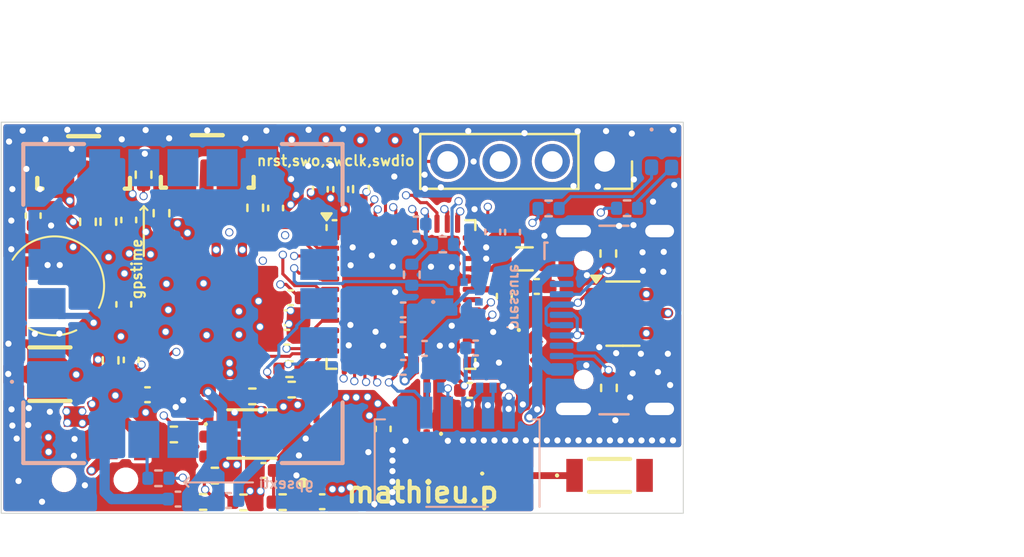
<source format=kicad_pcb>
(kicad_pcb (version 20240108) (generator "pcbnew") (generator_version "8.0")
  (layers (0 "F.Cu" signal) (1 "In1.Cu" signal) (2 "In2.Cu" signal) (3 "In3.Cu" signal) (4 "In4.Cu" signal) (31 "B.Cu" signal) (34 "B.Paste" user) (35 "F.Paste" user) (36 "B.SilkS" user "B.Silkscreen") (37 "F.SilkS" user "F.Silkscreen") (38 "B.Mask" user) (39 "F.Mask" user) (44 "Edge.Cuts" user))
  (net 0 "")
  (net 1 "GNDGPS")
  (net 2 "Net-(U1-VFBSMPS)")
  (net 3 "GND")
  (net 4 "+3.3V")
  (net 5 "vusb")
  (net 6 "Net-(C3-Pad2)")
  (net 7 "Net-(IC3-EN)")
  (net 8 "B2")
  (net 9 "B1")
  (net 10 "Net-(U1-NRST)")
  (net 11 "Net-(D1-A)")
  (net 12 "Net-(D1-K)")
  (net 13 "Net-(FL1-OUT)")
  (net 14 "Net-(FL1-IN)")
  (net 15 "Net-(IC1-IN)")
  (net 16 "SPI_MOSi")
  (net 17 "SPI_SCK")
  (net 18 "SPI_MISO")
  (net 19 "SPI_CS")
  (net 20 "COMPASSDA")
  (net 21 "COMPASSCL")
  (net 22 "USART_RX")
  (net 23 "USART_TX")
  (net 24 "OLED_SCL")
  (net 25 "OLED_SDA")
  (net 26 "Net-(L1-Pad2)")
  (net 27 "Net-(U1-VLXSMPS)")
  (net 28 "ALIMGPS")
  (net 29 "Net-(U2-PROG)")
  (net 31 "Net-(S1-NO)")
  (net 32 "GPSRX")
  (net 33 "GPSTX")
  (net 34 "Net-(U1-PA4)")
  (net 35 "BAT+")
  (net 36 "SWDIO")
  (net 37 "SWCLK")
  (net 38 "SWO")
  (net 43 "Net-(ANT2-TIMEPULSE)")
  (net 45 "D+")
  (net 46 "HSE_OUT")
  (net 47 "D-")
  (net 49 "HSE_IN")
  (net 52 "Net-(D2-A)")
  (net 53 "Net-(D3-A)")
  (net 54 "Net-(U1-PB0)")
  (net 55 "Net-(U1-PB1)")
  (net 56 "Net-(S2-NO)")
  (net 58 "Net-(ANT2-RXD)")
  (net 62 "Net-(ANT2-TXD)")
  (net 63 "Net-(ANT2-V_BCKP)")
  (net 64 "USBD-")
  (net 66 "Net-(J2-CC1)")
  (net 68 "USBD+")
  (net 69 "Net-(J2-CC2)")
  (net 70 "Net-(S3-COM_2)")
  (net 73 "Net-(ANT2-EXTINT)")
  (net 74 "GPSEXTINT")
  (net 75 "GPSTIMEPULSE")
  (footprint "Capacitor_SMD:C_0402_1005Metric" (layer "F.Cu") (at 125.59 102.61 -90)
    (property "Reference" "C18" (hide yes))
    (property "Value" "10n" (hide yes))
  )
  (footprint "Resistor_SMD:R_0402_1005Metric" (layer "F.Cu") (at 132.94 109.52)
    (property "Reference" "R4" (hide yes))
    (property "Value" "1R" (hide yes))
  )
  (footprint "Capacitor_SMD:C_0402_1005Metric" (layer "F.Cu") (at 126.38 104.3 180)
    (property "Reference" "C11" (hide yes))
    (property "Value" "100n" (hide yes))
  )
  (footprint "Capacitor_SMD:C_0402_1005Metric" (layer "F.Cu") (at 135.76 94.32 -90)
    (property "Reference" "C21" (hide yes))
    (property "Value" "100n" (hide yes))
  )
  (footprint "custom_testpoint:TestPoint_Pad_1.0x1.0mm" (layer "F.Cu") (at 133.38 91.91)
    (property "Reference" "REF**" (hide yes))
    (property "Value" "TestPoint_Pad_1.0x1.0mm" (hide yes))
  )
  (footprint "74889302450(antenne):74889302450" (layer "F.Cu") (at 148.81 108.22)
    (property "Reference" "ANT1" (hide yes))
    (property "Value" "74889302450" (hide yes))
  )
  (footprint "DLF162500LT-5028A1:DLF162500LT5028A1" (layer "F.Cu") (at 143.877 108.23)
    (property "Reference" "FL1" (hide yes))
    (property "Value" "LFCN-2400D" (hide yes))
  )
  (footprint "830069494:830069494" (layer "F.Cu") (at 144.91 102.56 -135)
    (property "Reference" "Y1" (hide yes))
    (property "Value" "Crystal_GND24" (hide yes))
  )
  (footprint "Resistor_SMD:R_0402_1005Metric" (layer "F.Cu") (at 129.65 108.23 180)
    (property "Reference" "R17" (hide yes))
    (property "Value" "50k" (hide yes))
  )
  (footprint "custom_testpoint:TestPoint_Pad_1.0x1.0mm" (layer "F.Cu") (at 136.72 91.93)
    (property "Reference" "REF**" (hide yes))
    (property "Value" "TestPoint_Pad_1.0x1.0mm" (hide yes))
  )
  (footprint "Inductor_SMD:L_0402_1005Metric_Pad0.77x0.64mm_HandSolder" (layer "F.Cu") (at 145.28 99.04 180)
    (property "Reference" "L2" (hide yes))
    (property "Value" "10n" (hide yes))
  )
  (footprint "Connector_PinSocket_2.54mm:PinSocket_1x04_P2.54mm_Vertical" (layer "F.Cu") (at 148.57 92.965 -90)
    (property "Reference" "J3" (hide yes))
    (property "Value" "OLED" (hide yes))
  )
  (footprint "LTC4065:DFN-6_DC_LIT" (layer "F.Cu") (at 131.450001 106.209999)
    (property "Reference" "U2" (hide yes))
    (property "Value" "LTC4065AEDC" (hide yes))
  )
  (footprint "custom_testpoint:TestPoint_Pad_1.0x1.0mm" (layer "F.Cu") (at 138.4 91.94)
    (property "Reference" "REF**" (hide yes))
    (property "Value" "TestPoint_Pad_1.0x1.0mm" (hide yes))
  )
  (footprint "Capacitor_SMD:C_0402_1005Metric" (layer "F.Cu") (at 132.02 107.98)
    (property "Reference" "C3" (hide yes))
    (property "Value" "1u" (hide yes))
  )
  (footprint "Package_DFN_QFN:QFN-48-1EP_7x7mm_P0.5mm_EP5.6x5.6mm" (layer "F.Cu") (at 138.6825 99.43)
    (property "Reference" "U1" (hide yes))
    (property "Value" "STM32WB55CGUx" (hide yes))
  )
  (footprint "MLPF-WB-01E3:MLPFWB01E3" (layer "F.Cu") (at 139.68 105.547 180)
    (property "Reference" "IC1" (hide yes))
    (property "Value" "MLPF-WB-01E3" (hide yes))
  )
  (footprint "Package_TO_SOT_SMD:SOT-23-6" (layer "F.Cu") (at 149.4575 100.36)
    (property "Reference" "U4" (hide yes))
    (property "Value" "USBLC6-2SC6" (hide yes))
  )
  (footprint "Resistor_SMD:R_0402_1005Metric" (layer "F.Cu") (at 124.59 102.63 90)
    (property "Reference" "R16" (hide yes))
    (property "Value" "10k" (hide yes))
  )
  (footprint "custom_testpoint:TestPoint_Pad_1.0x1.0mm" (layer "F.Cu") (at 135.04 91.9)
    (property "Reference" "REF**" (hide yes))
    (property "Value" "TestPoint_Pad_1.0x1.0mm" (hide yes))
  )
  (footprint "Resistor_SMD:R_0402_1005Metric" (layer "F.Cu") (at 127.06 95.48 90)
    (property "Reference" "R8" (hide yes))
    (property "Value" "10k" (hide yes))
  )
  (footprint "MS414:MS421R-IV03E" (layer "F.Cu") (at 119.47 97.91 -90)
    (property "Reference" "BT1" (hide yes))
    (property "Value" "ML414S" (hide yes))
  )
  (footprint "custom_testpoint:TestPoint_Pad_1.0x1.0mm" (layer "F.Cu") (at 120.21 105.4)
    (property "Reference" "TP1" (hide yes))
    (property "Value" "bat-" (hide yes))
  )
  (footprint "ldo40pury:SON95P300X300X90-7N-D" (layer "F.Cu") (at 135.54 106.7 90)
    (property "Reference" "IC3" (hide yes))
    (property "Value" "LDO40LPU33RY" (hide yes))
  )
  (footprint "Capacitor_SMD:C_0402_1005Metric" (layer "F.Cu") (at 134.77 94.32 -90)
    (property "Reference" "C26" (hide yes))
    (property "Value" "100n" (hide yes))
  )
  (footprint "Resistor_SMD:R_0402_1005Metric" (layer "F.Cu") (at 133.38 104.05 180)
    (property "Reference" "R12" (hide yes))
    (property "Value" "470R" (hide yes))
  )
  (footprint "pts845:PTS845VM20PSMTR4LFS" (layer "F.Cu") (at 123.28 93.015 180)
    (property "Reference" "S1" (hide yes))
    (property "Value" "PTS845VM20PSMTR4_LFS" (hide yes))
  )
  (footprint "Resistor_SMD:R_0402_1005Metric" (layer "F.Cu") (at 131.61 95.22 -90)
    (property "Reference" "R9" (hide yes))
    (property "Value" "10k" (hide yes))
  )
  (footprint "Capacitor_SMD:C_0402_1005Metric" (layer "F.Cu") (at 142.02 104.09 180)
    (property "Reference" "C23" (hide yes))
    (property "Value" "100p" (hide yes))
  )
  (footprint "Inductor_SMD:L_0805_2012Metric" (layer "F.Cu") (at 144.68 97.7)
    (property "Reference" "L1" (hide yes))
    (property "Value" "2.2u" (hide yes))
  )
  (footprint "Resistor_SMD:R_0402_1005Metric" (layer "F.Cu") (at 127.66 106.23 180)
    (property "Reference" "R6" (hide yes))
    (property "Value" "470k" (hide yes))
  )
  (footprint "Resistor_SMD:R_0402_1005Metric" (layer "F.Cu") (at 124.48 95.89 -90)
    (property "Reference" "R10" (hide yes))
    (property "Value" "10k" (hide yes))
  )
  (footprint "Capacitor_SMD:C_0402_1005Metric" (layer "F.Cu") (at 132.6 95.23 90)
    (property "Reference" "C6" (hide yes))
    (property "Value" "10n" (hide yes))
  )
  (footprint "Resistor_SMD:R_0402_1005Metric" (layer "F.Cu") (at 123.49 95.9 90)
    (property "Reference" "R7" (hide yes))
    (property "Value" "10k" (hide yes))
  )
  (footprint "Resistor_SMD:R_0402_1005Metric" (layer "F.Cu") (at 126.19 93.61 90)
    (property "Reference" "R22" (hide yes))
    (property "Value" "0R" (hide yes))
  )
  (footprint "Capacitor_SMD:C_0402_1005Metric" (layer "F.Cu") (at 133.33 99.59)
    (property "Reference" "C17" (hide yes))
    (property "Value" "0.1u" (hide yes))
  )
  (footprint "Resistor_SMD:R_0402_1005Metric" (layer "F.Cu") (at 148.78 103.97 -90)
    (property "Reference" "R15" (hide yes))
    (property "Value" "5.1k" (hide yes))
  )
  (footprint "Resistor_SMD:R_0402_1005Metric" (layer "F.Cu") (at 136.74 94.31 90)
    (property "Reference" "R13" (hide yes))
    (property "Value" "10k" (hide yes))
  )
  (footprint "Capacitor_SMD:C_0402_1005Metric" (layer "F.Cu") (at 125.23 99.91 90)
    (property "Reference" "C8" (hide yes))
    (property "Value" "1u" (hide yes))
  )
  (footprint "Resistor_SMD:R_0402_1005Metric" (layer "F.Cu") (at 133.27 103.06)
    (property "Reference" "R11" (hide yes))
    (property "Value" "470R" (hide yes))
  )
  (footprint "Resistor_SMD:R_0402_1005Metric" (layer "F.Cu") (at 131.47 104.38)
    (property "Reference" "R3" (hide yes))
    (property "Value" "20k" (hide yes))
  )
  (footprint "PCM:SW_PCM" (layer "F.Cu") (at 119.68 109.8)
    (property "Reference" "SW1" (hide yes))
    (property "Value" "Int" (hide yes))
  )
  (footprint "Capacitor_SMD:C_0402_1005Metric" (layer "F.Cu") (at 137.82 105.96 -90)
    (property "Reference" "C5" (hide yes))
    (property "Value" "1u" (hide yes))
  )
  (footprint "W25Q128:SON127P600X500X80-9N-D" (layer "F.Cu") (at 129.08 100.11 -90)
    (property "Reference" "IC2" (hide yes))
    (property "Value" "W25Q128JVPIQ_TR" (hide yes))
  )
  (footprint "LED_SMD:LED_0402_1005Metric" (layer "F.Cu") (at 129.21 106.82 -90)
    (property "Reference" "D1" (hide yes))
    (property "Value" "~" (hide yes))
  )
  (footprint "Resistor_SMD:R_0402_1005Metric" (layer "F.Cu") (at 148.75 97.44 90)
    (property "Reference" "R14" (hide yes))
    (property "Value" "5.1k" (hide yes))
  )
  (footprint "custom_testpoint:TestPoint_Pad_1.0x1.0mm" (layer "F.Cu") (at 122.82 105.36)
    (property "Reference" "TP2" (hide yes))
    (property "Value" "bat+" (hide yes))
  )
  (footprint "Capacitor_SMD:C_0402_1005Metric" (layer "F.Cu") (at 133.15 101.51)
    (property "Reference" "C15" (hide yes))
    (property "Value" "10n" (hide yes))
  )
  (footprint "miniswitchwurth:435151014824" (layer "F.Cu") (at 121.645 103.3)
    (property "Reference" "S3" (hide yes))
    (property "Value" "435151014824" (hide yes))
  )
  (footprint "Capacitor_SMD:C_0402_1005Metric" (layer "F.Cu") (at 120.83 95.6 90)
    (property "Reference" "C14" (hide yes))
    (property "Value" "0.1u" (hide yes))
  )
  (footprint "2N7002KQBZ:2N7002KQB" (layer "F.Cu") (at 129.58 105.58 90)
    (property "Reference" "Q1" (hide yes))
    (property "Value" "2N7002K" (hide yes))
  )
  (footprint "Resistor_SMD:R_0402_1005Metric" (layer "F.Cu") (at 131.04 109.53 180)
    (property "Reference" "R5" (hide yes))
    (property "Value" "510R" (hide yes))
  )
  (footprint "Capacitor_SMD:C_0402_1005Metric" (layer "F.Cu") (at 134.86 109.5 180)
    (property "Reference" "C4" (hide yes))
    (property "Value" "1u" (hide yes))
  )
  (footprint "Capacitor_SMD:C_0402_1005Metric" (layer "F.Cu") (at 125.47 95.81 90)
    (property "Reference" "C7" (hide yes))
    (property "Value" "10n" (hide yes))
  )
  (footprint "custom_testpoint:TestPoint_Pad_1.0x1.0mm" (layer "F.Cu") (at 133.35 93.82)
    (property "Reference" "REF**" (hide yes))
    (property "Value" "TestPoint_Pad_1.0x1.0mm" (hide yes))
  )
  (footprint "Capacitor_SMD:C_0402_1005Metric" (layer "F.Cu") (at 143.7 99.51 90)
    (property "Reference" "C1" (hide yes))
    (property "Value" "4.7u" (hide yes))
  )
  (footprint "pts845:PTS845VM20PSMTR4LFS" (layer "F.Cu") (at 129.28 92.965 180)
    (property "Reference" "S2" (hide yes))
    (property "Value" "PTS845VM20PSMTR4_LFS" (hide yes))
  )
  (footprint "Resistor_SMD:R_0402_1005Metric" (layer "F.Cu") (at 129.08 109.51 180)
    (property "Reference" "R18" (hide yes))
    (property "Value" "50k" (hide yes))
  )
  (footprint "Capacitor_SMD:C_0402_1005Metric" (layer "F.Cu") (at 133.16 100.56)
    (property "Reference" "C16" (hide yes))
    (property "Value" "1u" (hide yes))
  )
  (footprint "MMBZ33VB-QBZ:BC847BQBZ" (layer "B.Cu") (at 142.83 103.42)
    (property "Reference" "D5" (hide yes))
    (property "Value" "MMBZ33VB-QBZ" (hide yes))
  )
  (footprint "Capacitor_SMD:C_0402_1005Metric" (layer "B.Cu") (at 138.78 101.13)
    (property "Reference" "C19" (hide yes))
    (property "Value" "4.7u" (hide yes))
  )
  (footprint "USBWURTH:USBC-WURTH" (layer "B.Cu") (at 150.165 100.67 -90)
    (property "Reference" "J2" (hide yes))
    (property "Value" "629722000214" (hide yes))
  )
  (footprint "Capacitor_SMD:C_0402_1005Metric" (layer "B.Cu") (at 139.83 102.05 180)
    (property "Reference" "C12" (hide yes))
    (property "Value" "4.7u" (hide yes))
  )
  (footprint "Capacitor_SMD:C_0402_1005Metric" (layer "B.Cu") (at 127.86 109.37 180)
    (property "Reference" "C9" (hide yes))
    (property "Value" "0.1u" (hide yes))
  )
  (footprint "WSEN-PADS:2511020213301" (layer "B.Cu") (at 141.75 99.543)
    (property "Reference" "WSEN-PADS1" (hide yes))
    (property "Value" "~" (hide yes))
  )
  (footprint "Capacitor_SMD:C_0402_1005Metric" (layer "B.Cu") (at 139.41 96.01)
    (property "Reference" "C2" (hide yes))
    (property "Value" "100n" (hide yes))
  )
  (footprint "Capacitor_SMD:C_0402_1005Metric" (layer "B.Cu") (at 130.32 109.44)
    (property "Reference" "C10" (hide yes))
    (property "Value" "1u" (hide yes))
  )
  (footprint "Resistor_SMD:R_0402_1005Metric" (layer "B.Cu") (at 126.91 108.36 180)
    (property "Reference" "R21" (hide yes))
    (property "Value" "0R" (hide yes))
  )
  (footprint "Capacitor_SMD:C_0402_1005Metric" (layer "B.Cu") (at 144.1 96.4 -90)
    (property "Reference" "C24" (hide yes))
    (property "Value" "4.7u" (hide yes))
  )
  (footprint "Resistor_SMD:R_0402_1005Metric" (layer "B.Cu") (at 149.66 95.24)
    (property "Reference" "R1" (hide yes))
    (property "Value" "510R" (hide yes))
  )
  (footprint "sam m10q:SAMM10Q00B" (layer "B.Cu") (at 128.1 99.87)
    (property "Reference" "ANT2" (hide yes))
    (property "Value" "SAM-M10Q-00B" (hide yes))
  )
  (footprint "Resistor_SMD:R_0402_1005Metric" (layer "B.Cu") (at 145.85 95.25)
    (property "Reference" "R2" (hide yes))
    (property "Value" "510R" (hide yes))
  )
  (footprint "LED_SMD:LED_0402_1005Metric_Pad0.77x0.64mm_HandSolder" (layer "B.Cu") (at 151.82 92.69 -90)
    (property "Reference" "D2" (hide yes))
    (property "Value" "~" (hide yes))
  )
  (footprint "Capacitor_SMD:C_0402_1005Metric" (layer "B.Cu") (at 143.14 96.39 -90)
    (property "Reference" "C22" (hide yes))
    (property "Value" "100n" (hide yes))
  )
  (footprint "Resistor_SMD:R_0402_1005Metric" (layer "B.Cu") (at 140.72 97)
    (property "Reference" "R20" (hide yes))
    (property "Value" "2.2k" (hide yes))
  )
  (footprint "LED_SMD:LED_0402_1005Metric_Pad0.77x0.64mm_HandSolder" (layer "B.Cu") (at 150.85 92.68 -90)
    (property "Reference" "D3" (hide yes))
    (property "Value" "~" (hide yes))
  )
  (footprint "SM06B-SRSS:SM06BSRSSTB" (layer "B.Cu") (at 141.41 107.46 180)
    (property "Reference" "J1" (hide yes))
    (property "Value" "SM06B-SRSS-TB" (hide yes))
  )
  (footprint "Capacitor_SMD:C_0402_1005Metric" (layer "B.Cu") (at 142.31 102.03 180)
    (property "Reference" "C13" (hide yes))
    (property "Value" "100n" (hide yes))
  )
  (footprint "Capacitor_SMD:C_0402_1005Metric" (layer "B.Cu") (at 138.79 100.18)
    (property "Reference" "C20" (hide yes))
    (property "Value" "100n" (hide yes))
  )
  (footprint "Resistor_SMD:R_0402_1005Metric" (layer "B.Cu") (at 139.21 98.47 90)
    (property "Reference" "R19" (hide yes))
    (property "Value" "2.2k" (hide yes))
  )
  (footprint "MMBZ33VB-QBZ:BC847BQBZ" (layer "B.Cu") (at 140.29 103.41)
    (property "Reference" "D4" (hide yes))
    (property "Value" "MMBZ33VB-QBZ" (hide yes))
  )
  (footprint "Capacitor_SMD:C_0402_1005Metric" (layer "B.Cu") (at 138.8 102.97)
    (property "Reference" "C25" (hide yes))
    (property "Value" "100n" (hide yes))
  )
  (gr_line (start 128.16 108.56) (end 128.39 108.33) (stroke (width 0.1)) (layer "B.SilkS"))
  (gr_line (start 128.16 108.56) (end 128.37 108.77) (stroke (width 0.1)) (layer "B.SilkS"))
  (gr_line (start 131.5 108.56) (end 128.16 108.56) (stroke (width 0.1)) (layer "B.SilkS"))
  (gr_line (start 126.38 95.33) (end 126.19 95.14) (stroke (width 0.1)) (layer "F.SilkS"))
  (gr_line (start 126.2 95.14) (end 126.2 97.56) (stroke (width 0.1)) (layer "F.SilkS"))
  (gr_line (start 126.2 97.56) (end 126.2 95.14) (stroke (width 0.1)) (layer "F.SilkS"))
  (gr_line (start 126.03 95.32) (end 126.21 95.14) (stroke (width 0.1)) (layer "F.SilkS"))
  (gr_rect (start 119.28 91.06) (end 152.39 110.06) (stroke (width 0.05)) (fill none) (layer "Edge.Cuts"))
  (gr_text "pressure\n" (at 143.95 101.2 270) (layer "B.SilkS") (effects (font (size 0.5 0.5) (thickness 0.1)) (justify left bottom mirror)))
  (gr_text "gpsexti" (at 134.51 108.9 0) (layer "B.SilkS") (effects (font (size 0.5 0.5) (thickness 0.1)) (justify left bottom mirror)))
  (gr_text "mathieu.p" (at 135.93 109.62 0) (layer "F.SilkS") (effects (font (size 1 1) (thickness 0.2) (bold yes)) (justify left bottom)))
  (gr_text "gpstime" (at 126.15 99.72 90) (layer "F.SilkS") (effects (font (size 0.5 0.5) (thickness 0.1)) (justify left bottom)))
  (gr_text "nrst,swo,swclk,swdio" (at 131.63 93.22 0) (layer "F.SilkS") (effects (font (size 0.5 0.5) (thickness 0.1)) (justify left bottom)))
  (segment (start 121.5 97.97) (end 121.36 97.83) (width 0.5) (layer "F.Cu") (net 1))
  (segment (start 122.15 98) (end 122.12 98) (width 0.5) (layer "F.Cu") (net 1))
  (segment (start 125.23 99.43) (end 123.58 99.43) (width 0.5) (layer "F.Cu") (net 1))
  (segment (start 121.53 98) (end 121.5 97.97) (width 0.5) (layer "F.Cu") (net 1))
  (segment (start 121.36 97.83) (end 120.41 97.83) (width 0.5) (layer "F.Cu") (net 1))
  (segment (start 123.58 99.43) (end 122.15 98) (width 0.5) (layer "F.Cu") (net 1))
  (segment (start 121.7 96.08) (end 120.83 96.08) (width 0.5) (layer "F.Cu") (net 1))
  (segment (start 119.97 98.27) (end 119.97 99.66) (width 0.5) (layer "F.Cu") (net 1))
  (segment (start 122.12 98) (end 121.53 98) (width 0.5) (layer "F.Cu") (net 1))
  (segment (start 120.41 97.83) (end 119.97 98.27) (width 0.5) (layer "F.Cu") (net 1))
  (via (at 121.7 96.08) (size 0.4) (drill 0.3) (layers "F.Cu" "B.Cu") (net 1))
  (via (at 127.75 104.9) (size 0.4) (drill 0.3) (layers "F.Cu" "B.Cu") (net 1))
  (via (at 122.12 98) (size 0.4) (drill 0.3) (layers "F.Cu" "B.Cu") (net 1))
  (via (at 128.11 104.57) (size 0.4) (drill 0.3) (layers "F.Cu" "B.Cu") (net 1))
  (via (at 121.53 98) (size 0.4) (drill 0.3) (layers "F.Cu" "B.Cu") (net 1))
  (segment (start 131.9 107.49) (end 130.8 108.59) (width 0.5) (layer "B.Cu") (net 1))
  (segment (start 130.8 108.59) (end 130.8 109.44) (width 0.5) (layer "B.Cu") (net 1))
  (segment (start 124.64 109.37) (end 127.38 109.37) (width 0.5) (layer "B.Cu") (net 1))
  (segment (start 131.9 106.47) (end 131.9 107.49) (width 0.5) (layer "B.Cu") (net 1))
  (segment (start 124.3 109.03) (end 124.64 109.37) (width 0.5) (layer "B.Cu") (net 1))
  (segment (start 124.3 106.47) (end 124.3 109.03) (width 0.5) (layer "B.Cu") (net 1))
  (segment (start 124.45 106.32) (end 124.3 106.47) (width 0.5) (layer "B.Cu") (net 1))
  (segment (start 143.21 99.18) (end 143.36 99.03) (width 0.3) (layer "F.Cu") (net 2))
  (segment (start 144.875 99.03) (end 143.7 99.03) (width 0.3) (layer "F.Cu") (net 2))
  (segment (start 143.36 99.03) (end 143.7 99.03) (width 0.3) (layer "F.Cu") (net 2))
  (segment (start 142.12 99.18) (end 143.21 99.18) (width 0.3) (layer "F.Cu") (net 2))
  (segment (start 133.25 109.45) (end 133.31 109.51) (width 0.15) (layer "F.Cu") (net 3))
  (via (at 121.43 91.89) (size 0.4) (drill 0.3) (layers "F.Cu" "B.Cu") (net 3))
  (via (at 120.62 104.95) (size 0.4) (drill 0.3) (layers "F.Cu" "B.Cu") (net 3))
  (via (at 150.43 98.28) (size 0.4) (drill 0.3) (layers "F.Cu" "B.Cu") (net 3))
  (via (at 149.09 105.54) (size 0.4) (drill 0.3) (layers "F.Cu" "B.Cu") (net 3))
  (via (at 122.77 97.12) (size 0.4) (drill 0.3) (layers "F.Cu" "B.Cu") (net 3))
  (via (at 136.23 100.91) (size 0.4) (drill 0.3) (layers "F.Cu" "B.Cu") (net 3))
  (via (at 138.35 96.89) (size 0.4) (drill 0.3) (layers "F.Cu" "B.Cu") (net 3))
  (via (at 143.22 106.52) (size 0.4) (drill 0.3) (layers "F.Cu" "B.Cu") (net 3))
  (via (at 149.93 103.26) (size 0.4) (drill 0.3) (layers "F.Cu" "B.Cu") (net 3))
  (via (at 145.26 106.52) (size 0.4) (drill 0.3) (layers "F.Cu" "B.Cu") (net 3))
  (via (at 121.64 105.13) (size 0.4) (drill 0.3) (layers "F.Cu" "B.Cu") (net 3))
  (via (at 138.36 93.7) (size 0.4) (drill 0.3) (layers "F.Cu" "B.Cu") (net 3))
  (via (at 136.34 97.14) (size 0.4) (drill 0.3) (layers "F.Cu" "B.Cu") (net 3))
  (via (at 151.38 106.52) (size 0.4) (drill 0.3) (layers "F.Cu" "B.Cu") (net 3))
  (via (at 131.84 101) (size 0.4) (drill 0.3) (layers "F.Cu" "B.Cu") (net 3))
  (via (at 120.03 106.43) (size 0.4) (drill 0.3) (layers "F.Cu" "B.Cu") (net 3))
  (via (at 147.06 94.16) (size 0.4) (drill 0.3) (layers "F.Cu" "B.Cu") (net 3))
  (via (at 137.45 101.24) (size 0.4) (drill 0.3) (layers "F.Cu" "B.Cu") (net 3))
  (via (at 119.78 105.01) (size 0.4) (drill 0.3) (layers "F.Cu" "B.Cu") (net 3))
  (via (at 120.32 91.47) (size 0.4) (drill 0.3) (layers "F.Cu" "B.Cu") (net 3))
  (via (at 136.15 101.9) (size 0.4) (drill 0.3) (layers "F.Cu" "B.Cu") (net 3))
  (via (at 139.83 93.61) (size 0.4) (drill 0.3) (layers "F.Cu" "B.Cu") (net 3))
  (via (at 119.82 105.8) (size 0.4) (drill 0.3) (layers "F.Cu" "B.Cu") (net 3))
  (via (at 122.6 94.87) (size 0.4) (drill 0.3) (layers "F.Cu" "B.Cu") (net 3))
  (via (at 143.16 101.25) (size 0.4) (drill 0.3) (layers "F.Cu" "B.Cu") (net 3))
  (via (at 142.2 106.52) (size 0.4) (drill 0.3) (layers "F.Cu" "B.Cu") (net 3))
  (via (at 130.82 100.25) (size 0.4) (drill 0.3) (layers "F.Cu" "B.Cu") (net 3))
  (via (at 138.91 106.54) (size 0.4) (drill 0.3) (layers "F.Cu" "B.Cu") (net 3))
  (via (at 134.06 106.43) (size 0.4) (drill 0.3) (layers "F.Cu" "B.Cu") (net 3))
  (via (at 140.57 101.92) (size 0.4) (drill 0.3) (layers "F.Cu" "B.Cu") (net 3))
  (via (at 143.44 102.74) (size 0.4) (drill 0.3) (layers "F.Cu" "B.Cu") (net 3))
  (via (at 119.77 97.23) (size 0.4) (drill 0.3) (layers "F.Cu" "B.Cu") (net 3))
  (via (at 139.37 96.87) (size 0.4) (drill 0.3) (layers "F.Cu" "B.Cu") (net 3))
  (via (at 125.09 101.47) (size 0.4) (drill 0.3) (layers "F.Cu" "B.Cu") (net 3))
  (via (at 137.27 97.54) (size 0.4) (drill 0.3) (layers "F.Cu" "B.Cu") (net 3))
  (via (at 149.34 106.52) (size 0.4) (drill 0.3) (layers "F.Cu" "B.Cu") (net 3))
  (via (at 126.29 91.44) (size 0.4) (drill 0.3) (layers "F.Cu" "B.Cu") (net 3))
  (via (at 133.33 95.06) (size 0.4) (drill 0.3) (layers "F.Cu" "B.Cu") (net 3))
  (via (at 122.92 103.32) (size 0.4) (drill 0.3) (layers "F.Cu" "B.Cu") (net 3))
  (via (at 141.15 100.95) (size 0.4) (drill 0.3) (layers "F.Cu" "B.Cu") (net 3))
  (via (at 138.27 106.99) (size 0.4) (drill 0.3) (layers "F.Cu" "B.Cu") (net 3))
  (via (at 133.67 104.79) (size 0.4) (drill 0.3) (layers "F.Cu" "B.Cu") (net 3))
  (via (at 132.98 104.88) (size 0.4) (drill 0.3) (layers "F.Cu" "B.Cu") (net 3))
  (via (at 145.65 96.58) (size 0.4) (drill 0.3) (layers "F.Cu" "B.Cu") (net 3))
  (via (at 120.59 105.77) (size 0.4) (drill 0.3) (layers "F.Cu" "B.Cu") (net 3))
  (via (at 151.16 103.2) (size 0.4) (drill 0.3) (layers "F.Cu" "B.Cu") (net 3))
  (via (at 125.13 91.89) (size 0.4) (drill 0.3) (layers "F.Cu" "B.Cu") (net 3))
  (via (at 137.1 107.09) (size 0.4) (drill 0.3) (layers "F.Cu" "B.Cu") (net 3))
  (via (at 148.64 91.49) (size 0.4) (drill 0.3) (layers "F.Cu" "B.Cu") (net 3))
  (via (at 138.4 99.31) (size 0.4) (drill 0.3) (layers "F.Cu" "B.Cu") (net 3))
  (via (at 141.14 101.91) (size 0.4) (drill 0.3) (layers "F.Cu" "B.Cu") (net 3))
  (via (at 119.77 95.84) (size 0.4) (drill 0.3) (layers "F.Cu" "B.Cu") (net 3))
  (via (at 142.21 92.97) (size 0.4) (drill 0.3) (layers "F.Cu" "B.Cu") (net 3))
  (via (at 144.6 104.77) (size 0.4) (drill 0.3) (layers "F.Cu" "B.Cu") (net 3))
  (via (at 144.68 91.59) (size 0.4) (drill 0.3) (layers "F.Cu" "B.Cu") (net 3))
  (via (at 147.81 106.52) (size 0.4) (drill 0.3) (layers "F.Cu" "B.Cu") (net 3))
  (via (at 130.35 96.41) (size 0.4) (drill 0.3) (layers "F.Cu" "B.Cu") (net 3))
  (via (at 150.33 102.31) (size 0.4) (drill 0.3) (layers "F.Cu" "B.Cu") (net 3))
  (via (at 139.85 94.29) (size 0.4) (drill 0.3) (layers "F.Cu" "B.Cu") (net 3))
  (via (at 138.27 109.03) (size 0.4) (drill 0.3) (layers "F.Cu" "B.Cu") (net 3))
  (via (at 122.81 107.27) (size 0.4) (drill 0.3) (layers "F.Cu" "B.Cu") (net 3))
  (via (at 140.62 94.22) (size 0.4) (drill 0.3) (layers "F.Cu" "B.Cu") (net 3))
  (via (at 147.71 98.49) (size 0.4) (drill 0.3) (layers "F.Cu" "B.Cu") (net 3))
  (via (at 148.32 106.52) (size 0.4) (drill 0.3) (layers "F.Cu" "B.Cu") (net 3))
  (via (at 148.83 106.52) (size 0.4) (drill 0.3) (layers "F.Cu" "B.Cu") (net 3))
  (via (at 129.25 101.41) (size 0.4) (drill 0.3) (layers "F.Cu" "B.Cu") (net 3))
  (via (at 127.39 100.18) (size 0.4) (drill 0.3) (layers "F.Cu" "B.Cu") (net 3))
  (via (at 142.254834 95.284834) (size 0.4) (drill 0.3) (layers "F.Cu" "B.Cu") (net 3))
  (via (at 142.71 106.52) (size 0.4) (drill 0.3) (layers "F.Cu" "B.Cu") (net 3))
  (via (at 125.26 98.41) (size 0.4) (drill 0.3) (layers "F.Cu" "B.Cu") (net 3))
  (via (at 147.68 102.87) (size 0.4) (drill 0.3) (layers "F.Cu" "B.Cu") (net 3))
  (via (at 146.79 106.52) (size 0.4) (drill 0.3) (layers "F.Cu" "B.Cu") (net 3))
  (via (at 149.13 102.28) (size 0.4) (drill 0.3) (layers "F.Cu" "B.Cu") (net 3))
  (via (at 131.89 105.05) (size 0.4) (drill 0.3) (layers "F.Cu" "B.Cu") (net 3))
  (via (at 134.18 93.19) (size 0.4) (drill 0.3) (layers "F.Cu" "B.Cu") (net 3))
  (via (at 150.36 106.52) (size 0.4) (drill 0.3) (layers "F.Cu" "B.Cu") (net 3))
  (via (at 133.61 108.22) (size 0.4) (drill 0.3) (layers "F.Cu" "B.Cu") (net 3))
  (via (at 133.73 107.25) (size 0.4) (drill 0.3) (layers "F.Cu" "B.Cu") (net 3))
  (via (at 140.14 98.08) (size 0.4) (drill 0.3) (layers "F.Cu" "B.Cu") (net 3))
  (via (at 123.69 104.75) (size 0.4) (drill 0.3) (layers "F.Cu" "B.Cu") (net 3))
  (via (at 138.27 107.5) (size 0.4) (drill 0.3) (layers "F.Cu" "B.Cu") (net 3))
  (via (at 143.66 103.89) (size 0.4) (drill 0.3) (layers "F.Cu" "B.Cu") (net 3))
  (via (at 151.44 97.36) (size 0.4) (drill 0.3) (layers "F.Cu" "B.Cu") (net 3))
  (via (at 124.82 104.34) (size 0.4) (drill 0.3) (layers "F.Cu" "B.Cu") (net 3))
  (via (at 149.99 93.84) (size 0.4) (drill 0.3) (layers "F.Cu" "B.Cu") (net 3))
  (via (at 126.53 97.48) (size 0.4) (drill 0.3) (layers "F.Cu" "B.Cu") (net 3))
  (via (at 143.73 106.52) (size 0.4) (drill 0.3) (layers "F.Cu" "B.Cu") (net 3))
  (via (at 119.62 103.29) (size 0.4) (drill 0.3) (layers "F.Cu" "B.Cu") (net 3))
  (via (at 120.5 93.33) (size 0.4) (drill 0.3) (layers "F.Cu" "B.Cu") (net 3))
  (via (at 144.04 100.99) (size 0.4) (drill 0.3) (layers "F.Cu" "B.Cu") (net 3))
  (via (at 147.3 106.52) (size 0.4) (drill 0.3) (layers "F.Cu" "B.Cu") (net 3))
  (via (at 150.41 97.38) (size 0.4) (drill 0.3) (layers "F.Cu" "B.Cu") (net 3))
  (via (at 151.75 103.83) (size 0.4) (drill 0.3) (layers "F.Cu" "B.Cu") (net 3))
  (via (at 127.26 101.24) (size 0.4) (drill 0.3) (layers "F.Cu" "B.Cu") (net 3))
  (via (at 127.3 98.91) (size 0.4) (drill 0.3) (layers "F.Cu" "B.Cu") (net 3))
  (via (at 151.91 91.44) (size 0.4) (drill 0.3) (layers "F.Cu" "B.Cu") (net 3))
  (via (at 149.81 104.43) (size 0.4) (drill 0.3) (layers "F.Cu" "B.Cu") (net 3))
  (via (at 138.28 98.07) (size 0.4) (drill 0.3) (layers "F.Cu" "B.Cu") (net 3))
  (via (at 130.61 105.15) (size 0.4) (drill 0.3) (layers "F.Cu" "B.Cu") (net 3))
  (via (at 138.27 108.01) (size 0.4) (drill 0.3) (layers "F.Cu" "B.Cu") (net 3))
  (via (at 126.29 105.16) (size 0.4) (drill 0.3) (layers "F.Cu" "B.Cu") (net 3))
  (via (at 147.26 91.5) (size 0.4) (drill 0.3) (layers "F.Cu" "B.Cu") (net 3))
  (via (at 131.13 91.84) (size 0.4) (drill 0.3) (layers "F.Cu" "B.Cu") (net 3))
  (via (at 140.96 106.54) (size 0.4) (drill 0.3) (layers "F.Cu" "B.Cu") (net 3))
  (via (at 149.27 96.1) (size 0.4) (drill 0.3) (layers "F.Cu" "B.Cu") (net 3))
  (via (at 123.98 102.59) (size 0.4) (drill 0.3) (layers "F.Cu" "B.Cu") (net 3))
  (via (at 151.89 106.52) (size 0.4) (drill 0.3) (layers "F.Cu" "B.Cu") (net 3))
  (via (at 133.35 93.82) (size 0.4) (drill 0.3) (layers "F.Cu" "B.Cu") (net 3))
  (via (at 148.24 94.18) (size 0.4) (drill 0.3) (layers "F.Cu" "B.Cu") (net 3))
  (via (at 123.99 91.44) (size 0.4) (drill 0.3) (layers "F.Cu" "B.Cu") (net 3))
  (via (at 126.3 96.39) (size 0.4) (drill 0.3) (layers "F.Cu" "B.Cu") (net 3))
  (via (at 141.69 106.52) (size 0.4) (drill 0.3) (layers "F.Cu" "B.Cu") (net 3))
  (via (at 151.42 98.33) (size 0.4) (drill 0.3) (layers "F.Cu" "B.Cu") (net 3))
  (via (at 151.95 94.11) (size 0.4) (drill 0.3) (layers "F.Cu" "B.Cu") (net 3))
  (via (at 125.65 94.55) (size 0.4) (drill 0.3) (layers "F.Cu" "B.Cu") (net 3))
  (via (at 144.75 106.52) (size 0.4) (drill 0.3) (layers "F.Cu" "B.Cu") (net 3))
  (via (at 131.98 97.79) (size 0.4) (drill 0.3) (layers "F.Cu" "B.Cu") (net 3))
  (via (at 121.26 109.5) (size 0.4) (drill 0.3) (layers "F.Cu" "B.Cu") (net 3))
  (via (at 133.6 94.59) (size 0.4) (drill 0.3) (layers "F.Cu" "B.Cu") (net 3))
  (via (at 139.42 91.46) (size 0.4) (drill 0.3) (layers "F.Cu" "B.Cu") (net 3))
  (via (at 135.87 91.39) (size 0.4) (drill 0.3) (layers "F.Cu" "B.Cu") (net 3))
  (via (at 141.95 91.49) (size 0.4) (drill 0.3) (layers "F.Cu" "B.Cu") (net 3))
  (via (at 138.27 108.52) (size 0.4) (drill 0.3) (layers "F.Cu" "B.Cu") (net 3))
  (via (at 119.82 94.31) (size 0.4) (drill 0.3) (layers "F.Cu" "B.Cu") (net 3))
  (via (at 137.82 101.92) (size 0.4) (drill 0.3) (layers "F.Cu" "B.Cu") (net 3))
  (via (at 119.66 92) (size 0.4) (drill 0.3) (layers "F.Cu" "B.Cu") (net 3))
  (via (at 148.31 101.99) (size 0.4) (drill 0.3) (layers "F.Cu" "B.Cu") (net 3))
  (via (at 137.39 109.61) (size 0.4) (drill 0.3) (layers "F.Cu" "B.Cu") (net 3))
  (via (at 129.28 91.46) (size 0.4) (drill 0.3) (layers "F.Cu" "B.Cu") (net 3))
  (via (at 149.85 106.52) (size 0.4) (drill 0.3) (layers "F.Cu" "B.Cu") (net 3))
  (via (at 142.34 102.84) (size 0.4) (drill 0.3) (layers "F.Cu" "B.Cu") (net 3))
  (via (at 129.1 98.89) (size 0.4) (drill 0.3) (layers "F.Cu" "B.Cu") (net 3))
  (via (at 144.24 106.52) (size 0.4) (drill 0.3) (layers "F.Cu" "B.Cu") (net 3))
  (via (at 121.16 94.31) (size 0.4) (drill 0.3) (layers "F.Cu" "B.Cu") (net 3))
  (via (at 127.43 91.84) (size 0.4) (drill 0.3) (layers "F.Cu" "B.Cu") (net 3))
  (via (at 120.12 108.49) (size 0.4) (drill 0.3) (layers "F.Cu" "B.Cu") (net 3))
  (via (at 138.27 109.54) (size 0.4) (drill 0.3) (layers "F.Cu" "B.Cu") (net 3))
  (via (at 122.7 92.36) (size 0.4) (drill 0.3) (layers "F.Cu" "B.Cu") (net 3))
  (via (at 149.97 96.06) (size 0.4) (drill 0.3) (layers "F.Cu" "B.Cu") (net 3))
  (via (at 130.82 101.38) (size 0.4) (drill 0.3) (layers "F.Cu" "B.Cu") (net 3))
  (via (at 122.84 106.45) (size 0.4) (drill 0.3) (layers "F.Cu" "B.Cu") (net 3))
  (via (at 150.87 106.52) (size 0.4) (drill 0.3) (layers "F.Cu" "B.Cu") (net 3))
  (via (at 151.64 102.31) (size 0.4) (drill 0.3) (layers "F.Cu" "B.Cu") (net 3))
  (via (at 141.15 98.1) (size 0.4) (drill 0.3) (layers "F.Cu" "B.Cu") (net 3))
  (via (at 137.56 91.42) (size 0.4) (drill 0.3) (layers "F.Cu" "B.Cu") (net 3))
  (via (at 146.28 106.52) (size 0.4) (drill 0.3) (layers "F.Cu" "B.Cu") (net 3))
  (via (at 119.63 101.82) (size 0.4) (drill 0.3) (layers "F.Cu" "B.Cu") (net 3))
  (via (at 123.34 108.7) (size 0.4) (drill 0.3) (layers "F.Cu" "B.Cu") (net 3))
  (via (at 145.77 106.52) (size 0.4) (drill 0.3) (layers "F.Cu" "B.Cu") (net 3))
  (via (at 122.49 91.43) (size 0.4) (drill 0.3) (layers "F.Cu" "B.Cu") (net 3))
  (via (at 135.29 93.16) (size 0.4) (drill 0.3) (layers "F.Cu" "B.Cu") (net 3))
  (via (at 136.24 98.01) (size 0.4) (drill 0.3) (layers "F.Cu" "B.Cu") (net 3))
  (via (at 131.77 99.75) (size 0.4) (drill 0.3) (layers "F.Cu" "B.Cu") (net 3))
  (via (at 149.89 91.61) (size 0.4) (drill 0.3) (layers "F.Cu" "B.Cu") (net 3))
  (via (at 132.15 91.47) (size 0.4) (drill 0.3) (layers "F.Cu" "B.Cu") (net 3))
  (via (at 124.49 97.62) (size 0.4) (drill 0.3) (layers "F.Cu" "B.Cu") (net 3))
  (via (at 125.49 97.44) (size 0.4) (drill 0.3) (layers "F.Cu" "B.Cu") (net 3))
  (via (at 134.2 91.43) (size 0.4) (drill 0.3) (layers "F.Cu" "B.Cu") (net 3))
  (via (at 150.92 94.92) (size 0.4) (drill 0.3) (layers "F.Cu" "B.Cu") (net 3))
  (segment (start 136.74 93.82) (end 135.76 94.8) (width 0.2) (layer "F.Cu") (net 4))
  (segment (start 141.259536 103.505) (end 140.9325 103.177964) (width 0.2) (layer "F.Cu") (net 4))
  (segment (start 142.82 97.14) (end 142.78 97.18) (width 0.2) (layer "F.Cu") (net 4))
  (segment (start 138.968083 103.505) (end 139.105464 103.505) (width 0.2) (layer "F.Cu") (net 4))
  (segment (start 139.833442 95.395) (end 139.9325 95.494058) (width 0.2) (layer "F.Cu") (net 4))
  (segment (start 129.17 104.02) (end 127.14 104.02) (width 0.5) (layer "F.Cu") (net 4))
  (segment (start 138.868083 103.605) (end 138.968083 103.505) (width 0.2) (layer "F.Cu") (net 4))
  (segment (start 141.54 104.073482) (end 141.54 104.09) (width 0.2) (layer "F.Cu") (net 4))
  (segment (start 142.78 97.18) (end 142.12 97.18) (width 0.2) (layer "F.Cu") (net 4))
  (segment (start 141.758656 103.854826) (end 141.54 104.073482) (width 0.2) (layer "F.Cu") (net 4))
  (segment (start 129.32 104.17) (end 129.17 104.02) (width 0.5) (layer "F.Cu") (net 4))
  (segment (start 139.4325 103.177964) (end 139.4325 102.8675) (width 0.2) (layer "F.Cu") (net 4))
  (segment (start 139.105464 103.505) (end 139.4325 103.177964) (width 0.2) (layer "F.Cu") (net 4))
  (segment (start 139.9325 95.494058) (end 139.9325 95.9925) (width 0.2) (layer "F.Cu") (net 4))
  (segment (start 141.40883 103.505) (end 141.259536 103.505) (width 0.2) (layer "F.Cu") (net 4))
  (segment (start 136.74 93.8) (end 136.74 93.82) (width 0.2) (layer "F.Cu") (net 4))
  (segment (start 127.14 104.02) (end 126.86 104.3) (width 0.5) (layer "F.Cu") (net 4))
  (segment (start 140.9325 103.177964) (end 140.9325 102.8675) (width 0.2) (layer "F.Cu") (net 4))
  (segment (start 142.81 97.68) (end 142.12 97.68) (width 0.2) (layer "F.Cu") (net 4))
  (segment (start 141.758656 103.854826) (end 141.40883 103.505) (width 0.2) (layer "F.Cu") (net 4))
  (segment (start 142.82 97.69) (end 142.81 97.68) (width 0.2) (layer "F.Cu") (net 4))
  (via (at 135.92 95.28) (size 0.4) (drill 0.3) (layers "F.Cu" "B.Cu") (net 4))
  (via (at 137.56 104.73) (size 0.4) (drill 0.3) (layers "F.Cu" "B.Cu") (net 4))
  (via (at 137.06 104.41) (size 0.4) (drill 0.3) (layers "F.Cu" "B.Cu") (net 4))
  (via (at 130.36 102.76) (size 0.4) (drill 0.3) (layers "F.Cu" "B.Cu") (net 4))
  (via (at 133.33 100.22) (size 0.4) (drill 0.3) (layers "F.Cu" "B.Cu") (net 4))
  (via (at 122.1 101.33) (size 0.4) (drill 0.3) (layers "F.Cu" "B.Cu") (net 4))
  (via (at 135.27 94.75) (size 0.4) (drill 0.3) (layers "F.Cu" "B.Cu") (net 4))
  (via (at 136.51 104.43) (size 0.4) (drill 0.3) (layers "F.Cu" "B.Cu") (net 4))
  (via (at 142.82 97.14) (size 0.4) (drill 0.3) (layers "F.Cu" "B.Cu") (net 4))
  (via (at 143.92 104.4) (size 0.4) (drill 0.3) (layers "F.Cu" "B.Cu") (net 4))
  (via (at 134.32 94.48) (size 0.4) (drill 0.3) (layers "F.Cu" "B.Cu") (net 4))
  (via (at 136.02 104.43) (size 0.4) (drill 0.3) (layers "F.Cu" "B.Cu") (net 4))
  (via (at 127.84 95.98) (size 0.4) (drill 0.3) (layers "F.Cu" "B.Cu") (net 4))
  (via (at 137.15 105.32) (size 0.4) (drill 0.3) (layers "F.Cu" "B.Cu") (net 4))
  (via (at 122.77 95.9) (size 0.4) (drill 0.3) (layers "F.Cu" "B.Cu") (net 4))
  (via (at 141.758656 103.854826) (size 0.4) (drill 0.3) (layers "F.Cu" "B.Cu") (net 4))
  (via (at 143.91 104.99) (size 0.4) (drill 0.3) (layers "F.Cu" "B.Cu") (net 4))
  (via (at 129.32 104.17) (size 0.4) (drill 0.3) (layers "F.Cu" "B.Cu") (net 4))
  (via (at 142.82 97.69) (size 0.4) (drill 0.3) (layers "F.Cu" "B.Cu") (net 4))
  (via (at 138.868083 103.605) (size 0.4) (drill 0.3) (layers "F.Cu" "B.Cu") (net 4))
  (via (at 120.91 101.34) (size 0.4) (drill 0.3) (layers "F.Cu" "B.Cu") (net 4))
  (via (at 128.32 96.44) (size 0.4) (drill 0.3) (layers "F.Cu" "B.Cu") (net 4))
  (via (at 133.25 100.860831) (size 0.4) (drill 0.3) (layers "F.Cu" "B.Cu") (net 4))
  (via (at 130.38 103.24) (size 0.4) (drill 0.3) (layers "F.Cu" "B.Cu") (net 4))
  (via (at 139.833442 95.395) (size 0.4) (drill 0.3) (layers "F.Cu" "B.Cu") (net 4))
  (segment (start 138.868083 103.430877) (end 138.868083 103.605) (width 0.5) (layer "B.Cu") (net 4))
  (segment (start 139.28 102.97) (end 139.28 103.01896) (width 0.5) (layer "B.Cu") (net 4))
  (segment (start 143.92 104.98) (end 143.91 104.99) (width 0.2) (layer "B.Cu") (net 4))
  (segment (start 139.28 102.97) (end 139.28 102.12) (width 0.5) (layer "B.Cu") (net 4))
  (segment (start 139.28 103.01896) (end 138.868083 103.430877) (width 0.5) (layer "B.Cu") (net 4))
  (segment (start 141.25 99.9935) (end 141.25 100.256) (width 0.2) (layer "B.Cu") (net 4))
  (segment (start 139.89 95.451558) (end 139.89 96.01) (width 0.2) (layer "B.Cu") (net 4))
  (segment (start 139.89 96.01) (end 139.89 96.68) (width 0.2) (layer "B.Cu") (net 4))
  (segment (start 141.758656 103.854826) (end 141.83 103.783482) (width 0.2) (layer "B.Cu") (net 4))
  (segment (start 130 104.85) (end 130 106.47) (width 0.5) (layer "B.Cu") (net 4))
  (segment (start 142.463 99.293) (end 141.9505 99.293) (width 0.2) (layer "B.Cu") (net 4))
  (segment (start 129.32 104.17) (end 130 104.85) (width 0.5) (layer "B.Cu") (net 4))
  (segment (start 139.3 102.1) (end 139.35 102.05) (width 0.2) (layer "B.Cu") (net 4))
  (segment (start 139.833442 95.395) (end 139.89 95.451558) (width 0.2) (layer "B.Cu") (net 4))
  (segment (start 139.21 97.96) (end 139.25 97.96) (width 0.2) (layer "B.Cu") (net 4))
  (segment (start 139.89 96.68) (end 140.21 97) (width 0.2) (layer "B.Cu") (net 4))
  (segment (start 141.83 103.783482) (end 141.83 102.03) (width 0.2) (layer "B.Cu") (net 4))
  (segment (start 139.25 97.96) (end 140.21 97) (width 0.2) (layer "B.Cu") (net 4))
  (segment (start 141.9505 99.293) (end 141.25 99.9935) (width 0.2) (layer "B.Cu") (net 4))
  (segment (start 143.92 104.4) (end 143.92 104.98) (width 0.2) (layer "B.Cu") (net 4))
  (segment (start 139.28 102.12) (end 139.35 102.05) (width 0.5) (layer "B.Cu") (net 4))
  (segment (start 150.625 100.33) (end 150.595 100.36) (width 0.5) (layer "F.Cu") (net 5))
  (segment (start 151.65 100.33) (end 150.625 100.33) (width 0.5) (layer "F.Cu") (net 5))
  (via (at 131.359997 108.98) (size 0.4) (drill 0.3) (layers "F.Cu" "B.Cu") (net 5))
  (via (at 131.86 108.98) (size 0.4) (drill 0.3) (layers "F.Cu" "B.Cu") (net 5))
  (via (at 121.58 107.08) (size 0.4) (drill 0.3) (layers "F.Cu" "B.Cu") (net 5))
  (via (at 145.3 105.01) (size 0.4) (drill 0.3) (layers "F.Cu" "B.Cu") (net 5))
  (via (at 121.57 106.37) (size 0.4) (drill 0.3) (layers "F.Cu" "B.Cu") (net 5))
  (via (at 151.65 100.33) (size 0.4) (drill 0.3) (layers "F.Cu" "B.Cu") (net 5))
  (via (at 144.915 105.395) (size 0.4) (drill 0.3) (layers "F.Cu" "B.Cu") (net 5))
  (segment (start 145.28 105.03) (end 145.3 105.03) (width 0.5) (layer "B.Cu") (net 5))
  (segment (start 146.49 98.27) (end 145.915001 98.27) (width 0.5) (layer "B.Cu") (net 5))
  (segment (start 145.3 105.01) (end 145.3 102.40812) (width 0.5) (layer "B.Cu") (net 5))
  (segment (start 145.9 103.07) (end 146.49 103.07) (width 0.5) (layer "B.Cu") (net 5))
  (segment (start 145.3 102.40812) (end 145.296536 102.404656) (width 0.5) (layer "B.Cu") (net 5))
  (segment (start 145.296536 98.888465) (end 145.296536 102.404656) (width 0.5) (layer "B.Cu") (net 5))
  (segment (start 145.296536 102.404656) (end 145.296536 102.466536) (width 0.5) (layer "B.Cu") (net 5))
  (segment (start 145.3 105.01) (end 144.915 105.395) (width 0.5) (layer "B.Cu") (net 5))
  (segment (start 144.915 105.395) (end 145.28 105.03) (width 0.5) (layer "B.Cu") (net 5))
  (segment (start 145.915001 98.27) (end 145.296536 98.888465) (width 0.5) (layer "B.Cu") (net 5))
  (segment (start 145.296536 102.466536) (end 145.9 103.07) (width 0.5) (layer "B.Cu") (net 5))
  (segment (start 132.5 109.45) (end 132.43 109.52) (width 0.15) (layer "F.Cu") (net 6))
  (segment (start 132.5 107.98) (end 132.5 109.45) (width 0.15) (layer "F.Cu") (net 6))
  (segment (start 124.58 107.06) (end 124.58 106.685) (width 0.5) (layer "F.Cu") (net 7))
  (segment (start 123.66 107.98) (end 124.58 107.06) (width 0.5) (layer "F.Cu") (net 7))
  (via (at 135.36 108.89) (size 0.4) (drill 0.3) (layers "F.Cu" "B.Cu") (net 7))
  (via (at 136.21 108.8) (size 0.4) (drill 0.3) (layers "F.Cu" "B.Cu") (net 7))
  (via (at 135.8 108.9) (size 0.4) (drill 0.3) (layers "F.Cu" "B.Cu") (net 7))
  (via (at 123.66 107.98) (size 0.4) (drill 0.3) (layers "F.Cu" "B.Cu") (net 7))
  (segment (start 132.6 95.71) (end 133.17 95.71) (width 0.15) (layer "F.Cu") (net 8))
  (segment (start 133.26 95.8) (end 134.64 97.18) (width 0.15) (layer "F.Cu") (net 8))
  (segment (start 131.61 95.73) (end 132.58 95.73) (width 0.15) (layer "F.Cu") (net 8))
  (segment (start 134.64 97.18) (end 135.245 97.18) (width 0.15) (layer "F.Cu") (net 8))
  (segment (start 133.17 95.71) (end 133.26 95.8) (width 0.15) (layer "F.Cu") (net 8))
  (segment (start 132.58 95.73) (end 132.6 95.71) (width 0.15) (layer "F.Cu") (net 8))
  (segment (start 131.01 95.9) (end 131.285 96.175) (width 0.15) (layer "F.Cu") (net 9))
  (segment (start 125.36 96.4) (end 125.47 96.29) (width 0.15) (layer "F.Cu") (net 9))
  (segment (start 126.26 95.5) (end 128.66 95.5) (width 0.15) (layer "F.Cu") (net 9))
  (segment (start 128.66 95.5) (end 129.06 95.9) (width 0.15) (layer "F.Cu") (net 9))
  (segment (start 131.285 96.175) (end 133.281446 96.175) (width 0.15) (layer "F.Cu") (net 9))
  (segment (start 134.786446 97.68) (end 135.245 97.68) (width 0.15) (layer "F.Cu") (net 9))
  (segment (start 124.48 96.4) (end 125.36 96.4) (width 0.15) (layer "F.Cu") (net 9))
  (segment (start 133.281446 96.175) (end 134.786446 97.68) (width 0.15) (layer "F.Cu") (net 9))
  (segment (start 129.06 95.9) (end 131.01 95.9) (width 0.15) (layer "F.Cu") (net 9))
  (segment (start 125.47 96.29) (end 126.26 95.5) (width 0.15) (layer "F.Cu") (net 9))
  (segment (start 133.756446 99.59) (end 133.106446 98.94) (width 0.15) (layer "F.Cu") (net 10))
  (segment (start 133.805909 99.68) (end 135.245 99.68) (width 0.15) (layer "F.Cu") (net 10))
  (segment (start 133.81 99.59) (end 133.756446 99.59) (width 0.15) (layer "F.Cu") (net 10))
  (segment (start 133.106446 98.94) (end 132.83 98.94) (width 0.15) (layer "F.Cu") (net 10))
  (via (at 133.38 91.91) (size 0.4) (drill 0.3) (layers "F.Cu" "B.Cu") (net 10))
  (via (at 132.83 98.94) (size 0.4) (drill 0.3) (layers "F.Cu" "B.Cu") (net 10))
  (segment (start 129.595 108.595) (end 130.53 109.53) (width 0.15) (layer "F.Cu") (net 11))
  (segment (start 129.595 107.3825) (end 129.595 108.595) (width 0.15) (layer "F.Cu") (net 11))
  (segment (start 129.43 107.2175) (end 129.595 107.3825) (width 0.15) (layer "F.Cu") (net 11))
  (segment (start 130.5 106.209999) (end 129.43 106.209999) (width 0.15) (layer "F.Cu") (net 12))
  (segment (start 129.43 106.209999) (end 129.43 106.4025) (width 0.15) (layer "F.Cu") (net 12))
  (segment (start 147.1 108.23) (end 147.11 108.22) (width 0.332) (layer "F.Cu") (net 13))
  (segment (start 144.49 108.23) (end 147.1 108.23) (width 0.332) (layer "F.Cu") (net 13))
  (segment (start 139.93 106.134) (end 139.93 106.915786) (width 0.332) (layer "F.Cu") (net 14))
  (segment (start 140.222893 107.622893) (end 140.537107 107.937107) (width 0.332) (layer "F.Cu") (net 14))
  (segment (start 141.244214 108.23) (end 143.265 108.23) (width 0.332) (layer "F.Cu") (net 14))
  (arc (start 140.537107 107.937107) (mid 140.86153 108.15388) (end 141.244214 108.23) (width 0.332) (layer "F.Cu") (net 14))
  (arc (start 139.93 106.915786) (mid 140.00612 107.298469) (end 140.222893 107.622893) (width 0.332) (layer "F.Cu") (net 14))
  (segment (start 139.9325 104.9575) (end 139.93 104.96) (width 0.332) (layer "F.Cu") (net 15))
  (segment (start 139.9325 102.8675) (end 139.9325 104.9575) (width 0.332) (layer "F.Cu") (net 15))
  (segment (start 127.175 102.645) (end 127.175 102.96) (width 0.15) (layer "F.Cu") (net 16))
  (segment (start 127.6 102.22) (end 127.175 102.645) (width 0.15) (layer "F.Cu") (net 16))
  (segment (start 127.78 102.22) (end 127.6 102.22) (width 0.15) (layer "F.Cu") (net 16))
  (segment (start 137.4325 95.420095) (end 137.4325 95.9925) (width 0.15) (layer "F.Cu") (net 16))
  (segment (start 137.5575 95.295095) (end 137.4325 95.420095) (width 0.15) (layer "F.Cu") (net 16))
  (via (at 127.78 102.22) (size 0.4) (drill 0.3) (layers "F.Cu" "B.Cu") (net 16))
  (via (at 137.5575 95.295095) (size 0.4) (drill 0.3) (layers "F.Cu" "B.Cu") (net 16))
  (segment (start 128.91 102.14) (end 128.445 102.605) (width 0.15) (layer "F.Cu") (net 17))
  (segment (start 134.335 101.917912) (end 133.942912 102.31) (width 0.15) (layer "F.Cu") (net 17))
  (segment (start 135.245 101.18) (end 134.807501 101.18) (width 0.15) (layer "F.Cu") (net 17))
  (segment (start 133.285331 102.435) (end 131.795 102.435) (width 0.15) (layer "F.Cu") (net 17))
  (segment (start 134.335 101.652501) (end 134.335 101.917912) (width 0.15) (layer "F.Cu") (net 17))
  (segment (start 133.410331 102.31) (end 133.285331 102.435) (width 0.15) (layer "F.Cu") (net 17))
  (segment (start 131.795 102.435) (end 131.5 102.14) (width 0.15) (layer "F.Cu") (net 17))
  (segment (start 128.445 102.605) (end 128.445 102.96) (width 0.15) (layer "F.Cu") (net 17))
  (segment (start 134.807501 101.18) (end 134.335 101.652501) (width 0.15) (layer "F.Cu") (net 17))
  (segment (start 131.5 102.14) (end 128.91 102.14) (width 0.15) (layer "F.Cu") (net 17))
  (segment (start 133.942912 102.31) (end 133.410331 102.31) (width 0.15) (layer "F.Cu") (net 17))
  (segment (start 136.9325 102.8675) (end 136.9325 103.6225) (width 0.15) (layer "F.Cu") (net 18))
  (segment (start 136.9325 103.6225) (end 136.99 103.68) (width 0.15) (layer "F.Cu") (net 18))
  (via (at 136.99 103.68) (size 0.4) (drill 0.3) (layers "F.Cu" "B.Cu") (net 18))
  (via (at 129.715 97.26) (size 0.4) (drill 0.3) (layers "F.Cu" "B.Cu") (net 18))
  (segment (start 137.01 94.45) (end 137.01 94.55) (width 0.15) (layer "F.Cu") (net 19))
  (segment (start 137.01 94.55) (end 136.74 94.82) (width 0.15) (layer "F.Cu") (net 19))
  (segment (start 136.4325 95.9925) (end 136.4325 95.1275) (width 0.15) (layer "F.Cu") (net 19))
  (segment (start 136.4325 95.1275) (end 136.74 94.82) (width 0.15) (layer "F.Cu") (net 19))
  (via (at 130.985 97.26) (size 0.4) (drill 0.3) (layers "F.Cu" "B.Cu") (net 19))
  (via (at 137.01 94.45) (size 0.4) (drill 0.3) (layers "F.Cu" "B.Cu") (net 19))
  (segment (start 134.53 99) (end 134.71 99.18) (width 0.15) (layer "F.Cu") (net 20))
  (segment (start 132.95 97.5) (end 132.95 98.43) (width 0.15) (layer "F.Cu") (net 20))
  (segment (start 134.71 99.18) (end 135.245 99.18) (width 0.15) (layer "F.Cu") (net 20))
  (segment (start 132.95 98.43) (end 133.52 99) (width 0.15) (layer "F.Cu") (net 20))
  (segment (start 133.52 99) (end 134.53 99) (width 0.15) (layer "F.Cu") (net 20))
  (via (at 132.95 97.5) (size 0.4) (drill 0.3) (layers "F.Cu" "B.Cu") (net 20))
  (via (at 142.9 104.81) (size 0.4) (drill 0.3) (layers "F.Cu" "B.Cu") (net 20))
  (via (at 141.478477 94.897064) (size 0.4) (drill 0.3) (layers "F.Cu" "B.Cu") (net 20))
  (segment (start 141.165 96.935) (end 141.23 97) (width 0.15) (layer "B.Cu") (net 20))
  (segment (start 143.155 104.555) (end 142.9 104.81) (width 0.15) (layer "B.Cu") (net 20))
  (segment (start 143.155 103.96) (end 143.155 104.555) (width 0.15) (layer "B.Cu") (net 20))
  (segment (start 141.478477 94.924459) (end 141.165 95.237936) (width 0.15) (layer "B.Cu") (net 20))
  (segment (start 141.75 98.83) (end 141.75 97.52) (width 0.15) (layer "B.Cu") (net 20))
  (segment (start 141.75 97.52) (end 141.23 97) (width 0.15) (layer "B.Cu") (net 20))
  (segment (start 141.165 95.237936) (end 141.165 96.935) (width 0.15) (layer "B.Cu") (net 20))
  (segment (start 141.478477 94.897064) (end 141.478477 94.924459) (width 0.15) (layer "B.Cu") (net 20))
  (segment (start 133.499998 98.155) (end 133.734998 98.39) (width 0.15) (layer "F.Cu") (net 21))
  (segment (start 134.75 98.68) (end 135.245 98.68) (width 0.15) (layer "F.Cu") (net 21))
  (segment (start 133.734998 98.39) (end 134.46 98.39) (width 0.15) (layer "F.Cu") (net 21))
  (segment (start 134.46 98.39) (end 134.75 98.68) (width 0.15) (layer "F.Cu") (net 21))
  (via (at 133.499998 98.155) (size 0.4) (drill 0.3) (layers "F.Cu" "B.Cu") (net 21))
  (via (at 141.940251 104.764958) (size 0.4) (drill 0.3) (layers "F.Cu" "B.Cu") (net 21))
  (segment (start 141.038 99.293) (end 140.725 98.98) (width 0.15) (layer "B.Cu") (net 21))
  (segment (start 133.499998 98.155) (end 133.499998 98.769998) (width 0.15) (layer "B.Cu") (net 21))
  (segment (start 140.725 98.98) (end 139.21 98.98) (width 0.15) (layer "B.Cu") (net 21))
  (segment (start 135.935 98.805) (end 139.035 98.805) (width 0.15) (layer "B.Cu") (net 21))
  (segment (start 133.625 98.895) (end 135.845 98.895) (width 0.15) (layer "B.Cu") (net 21))
  (segment (start 142.505 104.200209) (end 141.940251 104.764958) (width 0.15) (layer "B.Cu") (net 21))
  (segment (start 142.505 103.96) (end 142.505 104.200209) (width 0.15) (layer "B.Cu") (net 21))
  (segment (start 139.035 98.805) (end 139.21 98.98) (width 0.15) (layer "B.Cu") (net 21))
  (segment (start 135.845 98.895) (end 135.935 98.805) (width 0.15) (layer "B.Cu") (net 21))
  (segment (start 133.499998 98.769998) (end 133.625 98.895) (width 0.15) (layer "B.Cu") (net 21))
  (segment (start 142.9 95.17) (end 142.9 96.29) (width 0.15) (layer "F.Cu") (net 22))
  (segment (start 142.9 96.29) (end 142.51 96.68) (width 0.15) (layer "F.Cu") (net 22))
  (segment (start 142.51 96.68) (end 142.12 96.68) (width 0.15) (layer "F.Cu") (net 22))
  (via (at 140.96 103.99924) (size 0.4) (drill 0.3) (layers "F.Cu" "B.Cu") (net 22))
  (via (at 142.9 95.17) (size 0.4) (drill 0.3) (layers "F.Cu" "B.Cu") (net 22))
  (segment (start 140.91076 103.95) (end 140.615 103.95) (width 0.15) (layer "B.Cu") (net 22))
  (segment (start 140.96 105.123) (end 140.91 105.173) (width 0.15) (layer "B.Cu") (net 22))
  (segment (start 140.96 103.99924) (end 140.96 105.123) (width 0.15) (layer "B.Cu") (net 22))
  (segment (start 140.96 103.99924) (end 140.91076 103.95) (width 0.15) (layer "B.Cu") (net 22))
  (segment (start 138.4325 103.3675) (end 138.4325 102.8675) (width 0.15) (layer "F.Cu") (net 23))
  (segment (start 138.1 103.7) (end 138.4325 103.3675) (width 0.15) (layer "F.Cu") (net 23))
  (via (at 138.1 103.7) (size 0.4) (drill 0.3) (layers "F.Cu" "B.Cu") (net 23))
  (segment (start 139.342 104.13) (end 139.91 104.698) (width 0.15) (layer "B.Cu") (net 23))
  (segment (start 139.965 103.95) (end 139.965 105.118) (width 0.15) (layer "B.Cu") (net 23))
  (segment (start 139.91 104.698) (end 139.91 105.173) (width 0.15) (layer "B.Cu") (net 23))
  (segment (start 139.965 105.118) (end 139.91 105.173) (width 0.15) (layer "B.Cu") (net 23))
  (segment (start 138.1 103.7) (end 138.53 104.13) (width 0.15) (layer "B.Cu") (net 23))
  (segment (start 138.53 104.13) (end 139.342 104.13) (width 0.15) (layer "B.Cu") (net 23))
  (segment (start 137.4325 102.8675) (end 137.4325 103.6025) (width 0.15) (layer "F.Cu") (net 24))
  (segment (start 137.4325 103.6025) (end 137.53 103.7) (width 0.15) (layer "F.Cu") (net 24))
  (via (at 137.53 103.7) (size 0.4) (drill 0.3) (layers "F.Cu" "B.Cu") (net 24))
  (segment (start 137.9325 94.780419) (end 137.9325 95.9925) (width 0.15) (layer "F.Cu") (net 25))
  (segment (start 140.95 92.965) (end 139.747919 92.965) (width 0.15) (layer "F.Cu") (net 25))
  (segment (start 139.747919 92.965) (end 137.9325 94.780419) (width 0.15) (layer "F.Cu") (net 25))
  (segment (start 145.85 97.8075) (end 145.85 99.025) (width 0.3) (layer "F.Cu") (net 26))
  (segment (start 145.85 99.025) (end 145.845 99.03) (width 0.3) (layer "F.Cu") (net 26))
  (segment (start 145.7425 97.7) (end 145.85 97.8075) (width 0.3) (layer "F.Cu") (net 26))
  (segment (start 142.12 98.18) (end 143.1375 98.18) (width 0.3) (layer "F.Cu") (net 27))
  (segment (start 143.1375 98.18) (end 143.6175 97.7) (width 0.3) (layer "F.Cu") (net 27))
  (segment (start 129.33 105.48) (end 129.33 105.405) (width 0.15) (layer "F.Cu") (net 28))
  (segment (start 127.17 105.31) (end 127.25 105.31) (width 0.15) (layer "F.Cu") (net 28))
  (segment (start 129.33 105.405) (end 129.03 105.705) (width 0.15) (layer "F.Cu") (net 28))
  (segment (start 134.085 101.485) (end 134.89 100.68) (width 0.15) (layer "F.Cu") (net 28))
  (segment (start 129.33 105.405) (end 129.249828 105.405) (width 0.15) (layer "F.Cu") (net 28))
  (segment (start 128.17 106.23) (end 127.645 105.705) (width 0.15) (layer "F.Cu") (net 28))
  (segment (start 134.89 100.68) (end 135.245 100.68) (width 0.15) (layer "F.Cu") (net 28))
  (segment (start 133.839358 102.06) (end 134.085 101.814358) (width 0.15) (layer "F.Cu") (net 28))
  (segment (start 127.565 105.705) (end 127.17 105.31) (width 0.15) (layer "F.Cu") (net 28))
  (segment (start 134.085 101.814358) (end 134.085 101.485) (width 0.15) (layer "F.Cu") (net 28))
  (segment (start 133.13 102.06) (end 133.839358 102.06) (width 0.15) (layer "F.Cu") (net 28))
  (segment (start 127.645 105.705) (end 127.565 105.705) (width 0.15) (layer "F.Cu") (net 28))
  (segment (start 129.03 105.705) (end 127.565 105.705) (width 0.15) (layer "F.Cu") (net 28))
  (via (at 133.13 102.06) (size 0.4) (drill 0.3) (layers "F.Cu" "B.Cu") (net 28))
  (via (at 127.17 105.31) (size 0.4) (drill 0.3) (layers "F.Cu" "B.Cu") (net 28))
  (segment (start 132.400002 104.800002) (end 131.98 104.38) (width 0.15) (layer "F.Cu") (net 29))
  (segment (start 132.400002 105.71) (end 132.400002 104.800002) (width 0.15) (layer "F.Cu") (net 29))
  (segment (start 134.969892 101.68) (end 133.78 102.869892) (width 0.15) (layer "F.Cu") (net 32))
  (segment (start 135.245 101.68) (end 134.969892 101.68) (width 0.15) (layer "F.Cu") (net 32))
  (segment (start 133.78 102.869892) (end 133.78 103.06) (width 0.15) (layer "F.Cu") (net 32))
  (segment (start 134.305 102.955) (end 134.305 103.635) (width 0.15) (layer "F.Cu") (net 33))
  (segment (start 135.245 102.18) (end 135.08 102.18) (width 0.15) (layer "F.Cu") (net 33))
  (segment (start 135.08 102.18) (end 134.305 102.955) (width 0.15) (layer "F.Cu") (net 33))
  (segment (start 134.305 103.635) (end 133.89 104.05) (width 0.15) (layer "F.Cu") (net 33))
  (segment (start 129.59 109.32) (end 129.59 109.51) (width 0.15) (layer "F.Cu") (net 34))
  (segment (start 135.9325 103.477502) (end 135.9325 102.8675) (width 0.15) (layer "F.Cu") (net 34))
  (segment (start 135.900002 103.51) (end 135.9325 103.477502) (width 0.15) (layer "F.Cu") (net 34))
  (segment (start 129.18 108.91) (end 129.14 108.87) (width 0.15) (layer "F.Cu") (net 34))
  (segment (start 129.18 108.91) (end 129.59 109.32) (width 0.15) (layer "F.Cu") (net 34))
  (segment (start 129.14 108.87) (end 129.14 108.23) (width 0.15) (layer "F.Cu") (net 34))
  (via (at 129.18 108.91) (size 0.4) (drill 0.3) (layers "F.Cu" "B.Cu") (net 34))
  (via (at 135.900002 103.51) (size 0.4) (drill 0.3) (layers "F.Cu" "B.Cu") (net 34))
  (segment (start 125.225 105.53) (end 123.37 105.53) (width 0.5) (layer "F.Cu") (net 35))
  (segment (start 126.08 106.685) (end 126.08 106.385) (width 0.5) (layer "F.Cu") (net 35))
  (segment (start 126.08 106.385) (end 125.225 105.53) (width 0.5) (layer "F.Cu") (net 35))
  (segment (start 123.37 105.53) (end 123.22 105.68) (width 0.5) (layer "F.Cu") (net 35))
  (segment (start 126.08 106.235) (end 126.08 106.685) (width 0.5) (layer "F.Cu") (net 35))
  (via (at 122.45 105.11) (size 0.4) (drill 0.3) (layers "F.Cu" "B.Cu") (net 35))
  (via (at 130.2 107.7) (size 0.4) (drill 0.3) (layers "F.Cu" "B.Cu") (net 35))
  (via (at 130.72 107.7) (size 0.4) (drill 0.3) (layers "F.Cu" "B.Cu") (net 35))
  (via (at 123.22 105.68) (size 0.4) (drill 0.3) (layers "F.Cu" "B.Cu") (net 35))
  (via (at 123.21 105.11) (size 0.4) (drill 0.3) (layers "F.Cu" "B.Cu") (net 35))
  (via (at 122.49 105.66) (size 0.4) (drill 0.3) (layers "F.Cu" "B.Cu") (net 35))
  (segment (start 139.935344 94.966573) (end 140.4325 95.463729) (width 0.15) (layer "F.Cu") (net 36))
  (segment (start 138.93 94.61) (end 139.27 94.61) (width 0.15) (layer "F.Cu") (net 36))
  (segment (start 139.626573 94.966573) (end 139.935344 94.966573) (width 0.15) (layer "F.Cu") (net 36))
  (segment (start 140.4325 95.463729) (end 140.4325 95.9925) (width 0.15) (layer "F.Cu") (net 36))
  (segment (start 139.27 94.61) (end 139.626573 94.966573) (width 0.15) (layer "F.Cu") (net 36))
  (via (at 138.93 94.61) (size 0.4) (drill 0.3) (layers "F.Cu" "B.Cu") (net 36))
  (via (at 138.4 91.94) (size 0.4) (drill 0.3) (layers "F.Cu" "B.Cu") (net 36))
  (segment (start 139.4325 95.4825) (end 139.4325 95.9925) (width 0.15) (layer "F.Cu") (net 37))
  (segment (start 139.23 95.28) (end 139.4325 95.4825) (width 0.15) (layer "F.Cu") (net 37))
  (via (at 136.72 91.93) (size 0.4) (drill 0.3) (layers "F.Cu" "B.Cu") (net 37))
  (via (at 139.23 95.28) (size 0.4) (drill 0.3) (layers "F.Cu" "B.Cu") (net 37))
  (segment (start 138.4325 95.315) (end 138.4325 95.9925) (width 0.15) (layer "F.Cu") (net 38))
  (segment (start 138.3075 95.19) (end 138.4325 95.315) (width 0.15) (layer "F.Cu") (net 38))
  (via (at 135.04 91.9) (size 0.4) (drill 0.3) (layers "F.Cu" "B.Cu") (net 38))
  (via (at 138.3075 95.19) (size 0.4) (drill 0.3) (layers "F.Cu" "B.Cu") (net 38))
  (segment (start 126.19 93.1) (end 126.19 92.65) (width 0.15) (layer "F.Cu") (net 43))
  (segment (start 126.19 92.65) (end 126.25 92.59) (width 0.15) (layer "F.Cu") (net 43))
  (via (at 126.25 92.59) (size 0.4) (drill 0.3) (layers "F.Cu" "B.Cu") (net 43))
  (segment (start 140.9325 95.426406) (end 140.79 95.283906) (width 0.2) (layer "F.Cu") (net 45))
  (segment (start 140.9325 95.9925) (end 140.9325 95.426406) (width 0.2) (layer "F.Cu") (net 45))
  (via (at 150.595 101.31) (size 0.4) (drill 0.3) (layers "F.Cu" "B.Cu") (net 45))
  (via (at 140.79 95.283906) (size 0.4) (drill 0.3) (layers "F.Cu" "B.Cu") (net 45))
  (segment (start 144.658722 103.5) (end 141.88 103.5) (width 0.15) (layer "F.Cu") (net 46))
  (segment (start 144.803934 103.354788) (end 144.658722 103.5) (width 0.15) (layer "F.Cu") (net 46))
  (segment (start 141.88 103.5) (end 141.4325 103.0525) (width 0.15) (layer "F.Cu") (net 46))
  (segment (start 141.4325 103.0525) (end 141.4325 102.8675) (width 0.15) (layer "F.Cu") (net 46))
  (segment (start 141.4325 95.516958) (end 141.4325 95.9925) (width 0.2) (layer "F.Cu") (net 47))
  (segment (start 141.558903 95.390555) (end 141.4325 95.516958) (width 0.2) (layer "F.Cu") (net 47))
  (via (at 141.558903 95.390555) (size 0.4) (drill 0.3) (layers "F.Cu" "B.Cu") (net 47))
  (via (at 150.595 99.41) (size 0.4) (drill 0.3) (layers "F.Cu" "B.Cu") (net 47))
  (segment (start 142.12 102.18) (end 143.504504 102.18) (width 0.15) (layer "F.Cu") (net 49))
  (segment (start 143.919292 101.765212) (end 145.016066 101.765212) (width 0.15) (layer "F.Cu") (net 49))
  (segment (start 143.504504 102.18) (end 143.919292 101.765212) (width 0.15) (layer "F.Cu") (net 49))
  (segment (start 150.17 94.9125) (end 151.82 93.2625) (width 0.15) (layer "B.Cu") (net 52))
  (segment (start 150.17 95.24) (end 150.17 94.9125) (width 0.15) (layer "B.Cu") (net 52))
  (segment (start 146.935 94.675) (end 149.955 94.675) (width 0.15) (layer "B.Cu") (net 53))
  (segment (start 149.955 94.675) (end 150.85 93.78) (width 0.15) (layer "B.Cu") (net 53))
  (segment (start 146.36 95.25) (end 146.935 94.675) (width 0.15) (layer "B.Cu") (net 53))
  (segment (start 150.85 93.2525) (end 150.85 93.575) (width 0.15) (layer "B.Cu") (net 53))
  (segment (start 150.85 93.78) (end 150.85 93.2525) (width 0.15) (layer "B.Cu") (net 53))
  (segment (start 143.12 100.41) (end 142.85 100.68) (width 0.15) (layer "F.Cu") (net 54))
  (segment (start 142.85 100.68) (end 142.12 100.68) (width 0.15) (layer "F.Cu") (net 54))
  (via (at 148.384659 95.447254) (size 0.4) (drill 0.3) (layers "F.Cu" "B.Cu") (net 54))
  (via (at 143.12 100.41) (size 0.4) (drill 0.3) (layers "F.Cu" "B.Cu") (net 54))
  (segment (start 149.15 95.24) (end 148.591913 95.24) (width 0.15) (layer "B.Cu") (net 54))
  (segment (start 148.591913 95.24) (end 148.384659 95.447254) (width 0.15) (layer "B.Cu") (net 54))
  (segment (start 143.05 99.81) (end 142.68 100.18) (width 0.15) (layer "F.Cu") (net 55))
  (segment (start 142.68 100.18) (end 142.12 100.18) (width 0.15) (layer "F.Cu") (net 55))
  (via (at 145.07 95.95) (size 0.4) (drill 0.3) (layers "F.Cu" "B.Cu") (net 55))
  (via (at 143.05 99.81) (size 0.4) (drill 0.3) (layers "F.Cu" "B.Cu") (net 55))
  (segment (start 145.34 95.68) (end 145.07 95.95) (width 0.15) (layer "B.Cu") (net 55))
  (segment (start 145.34 95.25) (end 145.34 95.68) (width 0.15) (layer "B.Cu") (net 55))
  (segment (start 133.01 102.81) (end 132.76 103.06) (width 0.15) (layer "F.Cu") (net 58))
  (segment (start 133.214488 102.81) (end 133.01 102.81) (width 0.15) (layer "F.Cu") (net 58))
  (via (at 133.214488 102.81) (size 0.4) (drill 0.3) (layers "F.Cu" "B.Cu") (net 58))
  (segment (start 133.66 102.81) (end 134.7 101.77) (width 0.15) (layer "B.Cu") (net 58))
  (segment (start 133.214488 102.81) (end 133.66 102.81) (width 0.15) (layer "B.Cu") (net 58))
  (segment (start 132.190002 103.188079) (end 132.190002 103.370002) (width 0.15) (layer "F.Cu") (net 62))
  (segment (start 132.190002 103.370002) (end 132.87 104.05) (width 0.15) (layer "F.Cu") (net 62))
  (via (at 132.190002 103.188079) (size 0.4) (drill 0.3) (layers "F.Cu" "B.Cu") (net 62))
  (segment (start 132.755 101.904669) (end 132.974669 101.685) (width 0.15) (layer "B.Cu") (net 62))
  (segment (start 132.974669 101.685) (end 132.985 101.685) (width 0.15) (layer "B.Cu") (net 62))
  (segment (start 132.190002 103.188079) (end 132.190002 102.989998) (width 0.15) (layer "B.Cu") (net 62))
  (segment (start 133.625 100.945) (end 134.7 99.87) (width 0.15) (layer "B.Cu") (net 62))
  (segment (start 132.190002 102.989998) (end 132.755 102.425) (width 0.15) (layer "B.Cu") (net 62))
  (segment (start 133.625 101.045) (end 133.625 100.945) (width 0.15) (layer "B.Cu") (net 62))
  (segment (start 132.985 101.685) (end 133.625 101.045) (width 0.15) (layer "B.Cu") (net 62))
  (segment (start 132.755 102.425) (end 132.755 101.904669) (width 0.15) (layer "B.Cu") (net 62))
  (segment (start 125.23 100.39) (end 124.18 100.39) (width 0.5) (layer "F.Cu") (net 63))
  (segment (start 124.18 100.39) (end 123.765 100.805) (width 0.5) (layer "F.Cu") (net 63))
  (segment (start 123.765 100.805) (end 123.76 100.81) (width 0.5) (layer "F.Cu") (net 63))
  (via (at 123.765 100.805) (size 0.4) (drill 0.3) (layers "F.Cu" "B.Cu") (net 63))
  (segment (start 122.1 100.47) (end 123.43 100.47) (width 0.3) (layer "B.Cu") (net 63))
  (segment (start 121.5 99.87) (end 122.1 100.47) (width 0.3) (layer "B.Cu") (net 63))
  (segment (start 123.43 100.47) (end 123.765 100.805) (width 0.3) (layer "B.Cu") (net 63))
  (segment (start 148.32 99.41) (end 147.69 99.41) (width 0.15) (layer "F.Cu") (net 64))
  (segment (start 147.69 99.41) (end 147.27 99.83) (width 0.15) (layer "F.Cu") (net 64))
  (via (at 147.27 99.83) (size 0.4) (drill 0.3) (layers "F.Cu" "B.Cu") (net 64))
  (segment (start 147.18 99.92) (end 145.915001 99.92) (width 0.15) (layer "B.Cu") (net 64))
  (segment (start 147.27 99.83) (end 147.18 99.92) (width 0.15) (layer "B.Cu") (net 64))
  (segment (start 145.73 100.105001) (end 145.73 100.84) (width 0.15) (layer "B.Cu") (net 64))
  (segment (start 145.81 100.92) (end 146.49 100.92) (width 0.15) (layer "B.Cu") (net 64))
  (segment (start 145.915001 99.92) (end 145.73 100.105001) (width 0.15) (layer "B.Cu") (net 64))
  (segment (start 145.73 100.84) (end 145.81 100.92) (width 0.15) (layer "B.Cu") (net 64))
  (via (at 148.75 98.24) (size 0.4) (drill 0.3) (layers "F.Cu" "B.Cu") (net 66))
  (segment (start 147.39 99.42) (end 146.49 99.42) (width 0.15) (layer "B.Cu") (net 66))
  (segment (start 148.57 98.24) (end 147.39 99.42) (width 0.15) (layer "B.Cu") (net 66))
  (segment (start 148.75 98.24) (end 148.57 98.24) (width 0.15) (layer "B.Cu") (net 66))
  (segment (start 148.32 101.31) (end 147.33 101.31) (width 0.15) (layer "F.Cu") (net 68))
  (segment (start 147.33 101.31) (end 147.24 101.4) (width 0.15) (layer "F.Cu") (net 68))
  (via (at 147.24 101.4) (size 0.4) (drill 0.3) (layers "F.Cu" "B.Cu") (net 68))
  (segment (start 146.49 100.42) (end 147.064999 100.42) (width 0.15) (layer "B.Cu") (net 68))
  (segment (start 147.24 101.4) (end 147.22 101.42) (width 0.15) (layer "B.Cu") (net 68))
  (segment (start 147.064999 100.42) (end 147.24 100.595001) (width 0.15) (layer "B.Cu") (net 68))
  (segment (start 147.22 101.42) (end 146.49 101.42) (width 0.15) (layer "B.Cu") (net 68))
  (segment (start 147.24 100.595001) (end 147.24 101.4) (width 0.15) (layer "B.Cu") (net 68))
  (via (at 148.76 103.1) (size 0.4) (drill 0.3) (layers "F.Cu" "B.Cu") (net 69))
  (segment (start 148.76 103.1) (end 148.08 102.42) (width 0.15) (layer "B.Cu") (net 69))
  (segment (start 148.08 102.42) (end 146.49 102.42) (width 0.15) (layer "B.Cu") (net 69))
  (segment (start 134.09 97.56) (end 134.71 98.18) (width 0.15) (layer "F.Cu") (net 70))
  (segment (start 125.99 103.09) (end 125.59 103.09) (width 0.15) (layer "F.Cu") (net 70))
  (segment (start 123.22 104.15) (end 123.58 104.15) (width 0.15) (layer "F.Cu") (net 70))
  (segment (start 123.58 104.15) (end 124.59 103.14) (width 0.15) (layer "F.Cu") (net 70))
  (segment (start 126.09 102.84) (end 126.09 102.99) (width 0.15) (layer "F.Cu") (net 70))
  (segment (start 134.71 98.18) (end 135.245 98.18) (width 0.15) (layer "F.Cu") (net 70))
  (segment (start 124.64 103.09) (end 124.59 103.14) (width 0.15) (layer "F.Cu") (net 70))
  (segment (start 126.09 102.99) (end 125.99 103.09) (width 0.15) (layer "F.Cu") (net 70))
  (segment (start 125.59 103.09) (end 124.64 103.09) (width 0.15) (layer "F.Cu") (net 70))
  (segment (start 133.499998 97.56) (end 134.09 97.56) (width 0.15) (layer "F.Cu") (net 70))
  (via (at 126.09 102.84) (size 0.4) (drill 0.3) (layers "F.Cu" "B.Cu") (net 70))
  (via (at 133.499998 97.56) (size 0.4) (drill 0.3) (layers "F.Cu" "B.Cu") (net 70))
  (segment (start 126.2 106.47) (end 126.36 106.63) (width 0.15) (layer "B.Cu") (net 73))
  (segment (start 126.36 108.32) (end 126.4 108.36) (width 0.15) (layer "B.Cu") (net 73))
  (segment (start 126.36 106.63) (end 126.36 108.32) (width 0.15) (layer "B.Cu") (net 73))
  (segment (start 136.4325 103.6275) (end 136.42 103.64) (width 0.15) (layer "F.Cu") (net 74))
  (segment (start 136.4325 102.8675) (end 136.4325 103.6275) (width 0.15) (layer "F.Cu") (net 74))
  (via (at 128.09 108.33) (size 0.4) (drill 0.3) (layers "F.Cu" "B.Cu") (net 74))
  (via (at 136.42 103.64) (size 0.4) (drill 0.3) (layers "F.Cu" "B.Cu") (net 74))
  (segment (start 127.42 108.36) (end 128.06 108.36) (width 0.15) (layer "B.Cu") (net 74))
  (segment (start 128.06 108.36) (end 128.09 108.33) (width 0.15) (layer "B.Cu") (net 74))
  (segment (start 126.19 94.12) (end 126.19 94.65) (width 0.15) (layer "F.Cu") (net 75))
  (segment (start 136.9325 95.389764) (end 136.9325 95.9925) (width 0.15) (layer "F.Cu") (net 75))
  (segment (start 137.39 94.932264) (end 136.9325 95.389764) (width 0.15) (layer "F.Cu") (net 75))
  (segment (start 137.39 94.81) (end 137.39 94.932264) (width 0.15) (layer "F.Cu") (net 75))
  (via (at 137.39 94.81) (size 0.4) (drill 0.3) (layers "F.Cu" "B.Cu") (net 75))
  (via (at 126.19 94.65) (size 0.4) (drill 0.3) (layers "F.Cu" "B.Cu") (net 75))
  (via (at 133.06 96.55) (size 0.4) (drill 0.3) (layers "F.Cu" "B.Cu") (net 75))
  (zone (net 0) (net_name "") (layer "F.Cu") (connect_pads yes (clearance 0)) (min_thickness 0.25)
    (keepout (tracks allowed) (vias allowed) (pads allowed) (copperpour not_allowed) (footprints allowed))
    (fill (thermal_gap 0.5) (thermal_bridge_width 0.5))
    (polygon (pts (xy 138.96 103.93) (xy 138.17 104.72) (xy 137.52 104.07) (xy 137.52 103.96) (xy 137.72 103.76) (xy 138.77 103.76) (xy 138.96 103.95)))
  )
  (zone (net 1) (net_name "GNDGPS") (layer "F.Cu") (priority 5) (connect_pads yes (clearance 0.15)) (min_thickness 0.25) (fill yes (thermal_gap 0.5) (thermal_bridge_width 0.5))
    (polygon (pts (xy 128.35 105.53) (xy 127.98 105.16) (xy 127.51 105.16) (xy 127.49 105.14) (xy 127.49 104.36) (xy 128.79 104.36) (xy 128.86 104.43) (xy 128.86 105.52) (xy 128.85 105.53)))
  )
  (zone (net 0) (net_name "") (layer "F.Cu") (connect_pads yes (clearance 0)) (min_thickness 0.25)
    (keepout (tracks allowed) (vias allowed) (pads allowed) (copperpour not_allowed) (footprints allowed))
    (fill (thermal_gap 0.5) (thermal_bridge_width 0.5))
    (polygon (pts (xy 125.33 95.29) (xy 125.74 95.52) (xy 125.74 96.04) (xy 125.56 96.22) (xy 124.85 96.22) (xy 124.85 95.04)))
  )
  (zone (net 0) (net_name "") (layer "F.Cu") (connect_pads yes (clearance 0)) (min_thickness 0.25)
    (keepout (tracks allowed) (vias allowed) (pads allowed) (copperpour not_allowed) (footprints allowed))
    (fill (thermal_gap 0.5) (thermal_bridge_width 0.5))
    (polygon (pts (xy 128.92 96.1) (xy 128.92 97.88) (xy 129.08 98.04) (xy 133.23 98.04) (xy 134.07 97.2) (xy 134.07 97.18) (xy 133.14 96.25) (xy 131.37 96.25) (xy 131.26 96.36) (xy 131.19 96.36) (xy 130.91 96.08) (xy 128.94 96.08) (xy 128.91 96.11) (xy 128.91 96.12) (xy 128.91 96.11)))
  )
  (zone (net 0) (net_name "") (layer "F.Cu") (connect_pads yes (clearance 0)) (min_thickness 0.25)
    (keepout (tracks allowed) (vias allowed) (pads allowed) (copperpour not_allowed) (footprints allowed))
    (fill (thermal_gap 0.5) (thermal_bridge_width 0.5))
    (polygon (pts (xy 135.68 102.43) (xy 134.98 102.43) (xy 134.41 103) (xy 134.41 103.94) (xy 134.28 104.07) (xy 134.28 105.77) (xy 135.29 105.75) (xy 135.37 103.99) (xy 135.37 103.98) (xy 135.4 103.95) (xy 135.67 103.95) (xy 135.69 103.93) (xy 135.69 102.41) (xy 135.69 102.42)))
  )
  (zone (net 0) (net_name "") (layer "F.Cu") (connect_pads yes (clearance 0)) (min_thickness 0.25)
    (keepout (tracks allowed) (vias allowed) (pads allowed) (copperpour not_allowed) (footprints allowed))
    (fill (thermal_gap 0.5) (thermal_bridge_width 0.5))
    (polygon (pts (xy 142.74 95.47) (xy 141.79 95.47) (xy 141.62 95.64) (xy 141.62 96.41) (xy 141.64 96.43) (xy 142.61 96.43) (xy 142.74 96.3)))
  )
  (zone (net 31) (net_name "Net-(S1-NO)") (layer "F.Cu") (priority 12) (connect_pads yes (clearance 0.15)) (min_thickness 0.25) (fill yes (thermal_gap 0.5) (thermal_bridge_width 0.5))
    (polygon (pts (xy 123.59 92.92) (xy 122.98 92.92) (xy 122.98 94.74) (xy 122.99 94.75) (xy 122.99 95.48) (xy 123.18 95.67) (xy 124.79 95.67) (xy 124.8 95.66) (xy 124.8 95.08) (xy 124.78 95.06) (xy 124.04 95.06) (xy 123.59 94.61)))
  )
  (zone (net 4) (net_name "+3.3V") (layer "F.Cu") (priority 6) (connect_pads yes (clearance 0.15)) (min_thickness 0.25) (fill yes (thermal_gap 0.5) (thermal_bridge_width 0.5))
    (polygon (pts (xy 131.32 103.56) (xy 131.32 102.34) (xy 131.31 102.33) (xy 129.41 102.33) (xy 128.99 102.75) (xy 128.99 104.4) (xy 129.56 104.4) (xy 129.7 104.26) (xy 129.7 103.6) (xy 129.75 103.55) (xy 131.3 103.55) (xy 131.31 103.56)))
  )
  (zone (net 4) (net_name "+3.3V") (layer "F.Cu") (priority 3) (connect_pads yes (clearance 0.15)) (min_thickness 0.25) (fill yes (thermal_gap 0.5) (thermal_bridge_width 0.5))
    (polygon (pts (xy 137.03 105.83) (xy 136.88 105.68) (xy 135.33 105.68) (xy 135.33 104.08) (xy 135.34 104.07) (xy 137.4 104.07) (xy 138.2 104.87) (xy 138.2 105.83)))
  )
  (zone (net 4) (net_name "+3.3V") (layer "F.Cu") (priority 11) (connect_pads yes (clearance 0.15)) (min_thickness 0.25) (fill yes (thermal_gap 0.5) (thermal_bridge_width 0.5))
    (polygon (pts (xy 134.81 96.8) (xy 135.69 96.8) (xy 135.69 96.58) (xy 135.83 96.44) (xy 136.04 96.44) (xy 136.2 96.28) (xy 136.2 94.236497) (xy 134.104339 94.275401) (xy 134.12 94.666467) (xy 134.81 95.27)))
  )
  (zone (net 7) (net_name "Net-(IC3-EN)") (layer "F.Cu") (priority 1) (connect_pads yes (clearance 0.15)) (min_thickness 0.25) (fill yes (thermal_gap 0.5) (thermal_bridge_width 0.5))
    (polygon (pts (xy 135.02 109.79) (xy 135.02 108.1) (xy 135.4 107.72) (xy 136.67 107.72) (xy 136.72 107.77) (xy 136.72 110.05) (xy 135.04 110.05) (xy 135.01 110.02) (xy 135.01 109.73) (xy 135.01 109.78)))
  )
  (zone (net 0) (net_name "") (layer "F.Cu") (connect_pads yes (clearance 0)) (min_thickness 0.25)
    (keepout (tracks allowed) (vias allowed) (pads allowed) (copperpour not_allowed) (footprints allowed))
    (fill (thermal_gap 0.5) (thermal_bridge_width 0.5))
    (polygon (pts (xy 131.32 103.56) (xy 131.74 103.98) (xy 132.27 103.98) (xy 132.37 103.88) (xy 132.37 102.6) (xy 132.34 102.57) (xy 131.4 102.57) (xy 131.32 102.65)))
  )
  (zone (net 0) (net_name "") (layer "F.Cu") (connect_pads yes (clearance 0)) (min_thickness 0.25)
    (keepout (tracks allowed) (vias allowed) (pads allowed) (copperpour not_allowed) (footprints allowed))
    (fill (thermal_gap 0.5) (thermal_bridge_width 0.5))
    (polygon (pts (xy 134.01 94.68) (xy 133.16 95.53) (xy 134.39 96.76) (xy 134.65 96.76) (xy 134.81 96.6) (xy 134.81 95.27) (xy 134.76 95.22) (xy 134.56 95.22) (xy 134.02 94.68)))
  )
  (zone (net 0) (net_name "") (layer "F.Cu") (connect_pads yes (clearance 0)) (min_thickness 0.25)
    (keepout (tracks allowed) (vias allowed) (pads allowed) (copperpour not_allowed) (footprints allowed))
    (fill (thermal_gap 0.5) (thermal_bridge_width 0.5))
    (polygon (pts (xy 125.05 107.43) (xy 125.61 107.43) (xy 125.61 106.31) (xy 125.28 105.98) (xy 125.11 105.98) (xy 125.05 106.04) (xy 125.05 107.45)))
  )
  (zone (net 35) (net_name "BAT+") (layer "F.Cu") (priority 9) (connect_pads yes (clearance 0.15)) (min_thickness 0.25) (fill yes (thermal_gap 0.5) (thermal_bridge_width 0.5))
    (polygon (pts (xy 129.84 108.57) (xy 130.46 108.57) (xy 130.96 108.07) (xy 130.96 106.91) (xy 130.96 106.48) (xy 130.95 106.47) (xy 129.94 106.47) (xy 129.82 106.59) (xy 129.82 108.53) (xy 129.85 108.56)))
  )
  (zone (net 0) (net_name "") (layer "F.Cu") (connect_pads (clearance 0)) (min_thickness 0.25)
    (keepout (tracks allowed) (vias allowed) (pads allowed) (copperpour not_allowed) (footprints allowed))
    (fill (thermal_gap 0.5) (thermal_bridge_width 0.5))
    (polygon (pts (xy 141.69 96.95) (xy 141.69 98.37) (xy 141.74 98.42) (xy 142.7 98.42) (xy 142.73 98.45) (xy 142.73 99.46) (xy 142.77 99.5) (xy 146.28 99.5) (xy 146.28 96.98) (xy 146.25 96.95)))
  )
  (zone (net 4) (net_name "+3.3V") (layer "F.Cu") (priority 2) (connect_pads yes (clearance 0.15)) (min_thickness 0.25) (fill yes (thermal_gap 0.5) (thermal_bridge_width 0.5))
    (polygon (pts (xy 135.68 100.33) (xy 135.68 100.05) (xy 134.84 100.05) (xy 134.13 100.06) (xy 133.16 100.049335) (xy 133.12 101.01) (xy 133.16 101.84) (xy 134.25 101.8) (xy 134.29 100.587647) (xy 134.84 100.32)))
  )
  (zone (net 4) (net_name "+3.3V") (layer "F.Cu") (priority 14) (connect_pads yes (clearance 0.15)) (min_thickness 0.25) (fill yes (thermal_gap 0.5) (thermal_bridge_width 0.5))
    (polygon (pts (xy 126.7 95.69) (xy 128.51 95.69) (xy 128.78 95.96) (xy 128.78 97.8) (xy 128.77 97.81) (xy 128.16 97.81) (xy 128.11 97.76) (xy 128.11 96.7) (xy 127.7 96.29) (xy 126.7 96.29)))
  )
  (zone (net 4) (net_name "+3.3V") (layer "F.Cu") (priority 13) (connect_pads yes (clearance 0.15)) (min_thickness 0.25) (fill yes (thermal_gap 0.5) (thermal_bridge_width 0.5))
    (polygon (pts (xy 120.52 94.82) (xy 120.52 95.38) (xy 120.55 95.41) (xy 121.93 95.41) (xy 123.22 96.7) (xy 123.9 96.7) (xy 123.9 96.09) (xy 123.8 95.99) (xy 123.13 95.99) (xy 121.96 94.82)))
  )
  (zone (net 56) (net_name "Net-(S2-NO)") (layer "F.Cu") (priority 7) (connect_pads yes (clearance 0.15)) (min_thickness 0.25) (fill yes (thermal_gap 0.5) (thermal_bridge_width 0.5))
    (polygon (pts (xy 129.59 92.87) (xy 128.95 92.87) (xy 128.88 94.91) (xy 127.52 94.88) (xy 127.49 94.69) (xy 126.76 94.697378) (xy 126.748056 94.90477) (xy 126.724378 95.28) (xy 128.86 95.28) (xy 130.23 95.26) (xy 132.01 95.26) (xy 132.04 95.14) (xy 132.04 94.42) (xy 131.26 94.42) (xy 131.17 94.51) (xy 131.17 94.85) (xy 129.91 94.85) (xy 129.73 94.67) (xy 129.59 94.67) (xy 129.58 94.66) (xy 129.58 92.86)))
  )
  (zone (net 5) (net_name "vusb") (layer "F.Cu") (priority 8) (connect_pads yes (clearance 0.15)) (min_thickness 0.25) (fill yes (thermal_gap 0.5) (thermal_bridge_width 0.5))
    (polygon (pts (xy 131.91 106.58) (xy 131.88 107.04) (xy 131.007263 107.177263) (xy 131.02 109.22) (xy 131.3 110.07) (xy 132.05 110.07) (xy 132.04954 108.33046) (xy 132.144348 107.674348) (xy 132.82 106.88) (xy 132.82 106.59) (xy 132.81 106.58)))
  )
  (zone (net 4) (net_name "+3.3V") (layer "F.Cu") (priority 17) (connect_pads yes (clearance 0.15)) (min_thickness 0.25) (fill yes (thermal_gap 0.5) (thermal_bridge_width 0.5))
    (polygon (pts (xy 120.66 101.05) (xy 122.9 101.05) (xy 122.9 101.59) (xy 122.89 101.6) (xy 123.33 102.04) (xy 123.59 102.04) (xy 123.59 102.78) (xy 123.56 102.81) (xy 122.89 102.81) (xy 122.35 102.27) (xy 121.48 102.27) (xy 120.66 101.45) (xy 120.66 101.04)))
  )
  (zone (net 0) (net_name "") (layers "F.Cu" "In1.Cu" "In2.Cu" "In3.Cu" "In4.Cu" "B.Cu" "F.SilkS") (connect_pads yes (clearance 0)) (min_thickness 0.25)
    (keepout (tracks allowed) (vias not_allowed) (pads allowed) (copperpour not_allowed) (footprints allowed))
    (fill (thermal_gap 0.5) (thermal_bridge_width 0.5))
    (polygon (pts (xy 152.35 106.85) (xy 145.11 106.85) (xy 145.11 110.07) (xy 152.35 110.07)))
  )
  (zone (net 3) (net_name "GND") (layers "F.Cu" "In1.Cu" "In2.Cu" "In3.Cu" "B.Cu") (connect_pads yes (clearance 0.15)) (min_thickness 0.25) (fill yes (thermal_gap 0.5) (thermal_bridge_width 0.5))
    (polygon (pts (xy 152.35 110.07) (xy 119.25 110.07) (xy 119.25 91.06) (xy 152.35 91.06)))
  )
  (zone (net 1) (net_name "GNDGPS") (layer "B.Cu") (priority 4) (connect_pads yes (clearance 0.15)) (min_thickness 0.25) (fill yes (thermal_gap 0.5) (thermal_bridge_width 0.5))
    (polygon (pts (xy 124.700759 107.399241) (xy 123.55 107.42) (xy 123.49 105.62) (xy 122.45 104.44) (xy 120.53 104.47) (xy 120.53 101.17) (xy 121.18 98.23) (xy 121.18 95.6) (xy 123.98 92.8) (xy 132.08 92.8) (xy 135.57 95.35) (xy 135.57 96.44) (xy 135.63 97.09) (xy 135.63 104.4) (xy 132.600359 107.266935) (xy 127.47 107.3)))
  )
  (zone (net 4) (net_name "+3.3V") (layer "B.Cu") (priority 16) (connect_pads yes (clearance 0.15)) (min_thickness 0.25) (fill yes (thermal_gap 0.5) (thermal_bridge_width 0.5))
    (polygon (pts (xy 130.75 105.58) (xy 129.25 105.58) (xy 129.25 107.36) (xy 129.26 107.37) (xy 128.97 107.86) (xy 128.06 109.06) (xy 128.06 110.05) (xy 128.07 110.06) (xy 130.13 110.06) (xy 130.13 109.08) (xy 130.12 109.07) (xy 130.12 107.98) (xy 130.75 107.35)))
  )
  (zone (net 0) (net_name "") (layer "B.Cu") (connect_pads yes (clearance 0)) (min_thickness 0.25)
    (keepout (tracks allowed) (vias allowed) (pads allowed) (copperpour not_allowed) (footprints allowed))
    (fill (thermal_gap 0.5) (thermal_bridge_width 0.5))
    (polygon (pts (xy 132.61 110) (xy 131.19 110) (xy 131.12 109.93) (xy 131.12 108.73) (xy 132.38 107.47) (xy 132.61 107.47)))
  )
  (zone (net 4) (net_name "+3.3V") (layer "B.Cu") (priority 10) (connect_pads yes (clearance 0.15)) (min_thickness 0.25) (fill yes (thermal_gap 0.5) (thermal_bridge_width 0.5))
    (polygon (pts (xy 144.49 96.59) (xy 142.9 96.59) (xy 142.43 96.12) (xy 142.43 95.98) (xy 141.72 95.98) (xy 141.75 96.16) (xy 141.75 97.01) (xy 142.1 97.685) (xy 142.1 98.6) (xy 142.09 98.990399) (xy 142.23799 99.12721) (xy 142.29 99.44) (xy 142.72 99.45) (xy 143.07 97.96) (xy 143.84 97.81) (xy 144.51 97.14) (xy 144.51 96.62) (xy 144.47 96.58) (xy 144.48 96.58)))
  )
  (zone (net 4) (net_name "+3.3V") (layer "B.Cu") (priority 15) (connect_pads yes (clearance 0.15)) (min_thickness 0.25) (fill yes (thermal_gap 0.5) (thermal_bridge_width 0.5))
    (polygon (pts (xy 141.45 100.46) (xy 141.45 100.05) (xy 141.36 99.96) (xy 141.21 99.96) (xy 141.21 99.65) (xy 141.22 99.64) (xy 141.21 99.63) (xy 139.72 99.63) (xy 139.47 99.88) (xy 138.97 99.88) (xy 138.97 102.27) (xy 139.1 102.4) (xy 139.67 102.4) (xy 139.69 102.38) (xy 139.69 101.66) (xy 140.89 100.46) (xy 141.46 100.46)))
  )
  (zone (net 0) (net_name "") (layer "B.Cu") (connect_pads yes (clearance 0)) (min_thickness 0.25)
    (keepout (tracks allowed) (vias allowed) (pads allowed) (copperpour not_allowed) (footprints allowed))
    (fill (thermal_gap 0.5) (thermal_bridge_width 0.5))
    (polygon (pts (xy 148.15 95.58) (xy 146.7 95.58) (xy 146.7 95.1) (xy 146.94 94.86) (xy 148.35 94.86) (xy 148.35 95.36) (xy 148.15 95.56)))
  )
  (zone (net 0) (net_name "") (layer "B.Cu") (connect_pads yes (clearance 0)) (min_thickness 0.25)
    (keepout (tracks allowed) (vias allowed) (pads allowed) (copperpour not_allowed) (footprints allowed))
    (fill (thermal_gap 0.5) (thermal_bridge_width 0.5))
    (polygon (pts (xy 139.63 103.3) (xy 139.63 104) (xy 139.26 104) (xy 139.15 103.89) (xy 139.15 103.39) (xy 139.24 103.3)))
  )
  (zone (net 0) (net_name "") (layer "B.Cu") (connect_pads yes (clearance 0)) (min_thickness 0.25)
    (keepout (tracks allowed) (vias allowed) (pads allowed) (copperpour not_allowed) (footprints allowed))
    (fill (thermal_gap 0.5) (thermal_bridge_width 0.5))
    (polygon (pts (xy 133.63 97.34) (xy 131.75 97.34) (xy 131.75 101.81) (xy 132.38 102.44) (xy 132.64 102.18) (xy 132.64 101.49) (xy 133.63 100.5) (xy 133.63 97.32)))
  )
  (zone (net 0) (net_name "") (layer "B.Cu") (connect_pads yes (clearance 0)) (min_thickness 0.25)
    (keepout (tracks allowed) (vias allowed) (pads allowed) (copperpour not_allowed) (footprints allowed))
    (fill (thermal_gap 0.5) (thermal_bridge_width 0.5))
    (polygon (pts (xy 128.94 107.6) (xy 128.94 107.48) (xy 124.39 107.48) (xy 123.94 107.48) (xy 123.93 110) (xy 126.186257 109.966257) (xy 127.96 109.97) (xy 127.935784 108.937118) (xy 128.68 108.13) (xy 128.93 107.56) (xy 128.92 107.56) (xy 128.9 107.58) (xy 128.92 107.6)))
  )
  (zone (net 0) (net_name "") (layer "B.Cu") (connect_pads yes (clearance 0)) (min_thickness 0.25)
    (keepout (tracks allowed) (vias allowed) (pads allowed) (copperpour not_allowed) (footprints allowed))
    (fill (thermal_gap 0.5) (thermal_bridge_width 0.5))
    (polygon (pts (xy 130.35 105.46) (xy 130.93 105.46) (xy 131 105.39) (xy 131 105.03) (xy 130.58 104.61) (xy 130.35 104.61) (xy 130.34 104.62) (xy 130.34 104.66) (xy 130.35 104.67)))
  )
  (zone (net 0) (net_name "") (layer "B.Cu") (connect_pads yes (clearance 0)) (min_thickness 0.25)
    (keepout (tracks allowed) (vias allowed) (pads allowed) (copperpour not_allowed) (footprints allowed))
    (fill (thermal_gap 0.5) (thermal_bridge_width 0.5))
    (polygon (pts (xy 137.81 104.87) (xy 138.5 104.87) (xy 138.5 104.33) (xy 138.13 103.96) (xy 137.36 103.96) (xy 137.36 104.66) (xy 137.56 104.86) (xy 137.85 104.86) (xy 137.82 104.86)))
  )
  (zone (net 0) (net_name "") (layer "B.Cu") (connect_pads yes (clearance 0)) (min_thickness 0.25)
    (keepout (tracks allowed) (vias allowed) (pads allowed) (copperpour not_allowed) (footprints allowed))
    (fill (thermal_gap 0.5) (thermal_bridge_width 0.5))
    (polygon (pts (xy 139.19 94.72) (xy 139.19 95.5) (xy 139.24 95.55) (xy 140.09 95.55) (xy 140.21 95.67) (xy 140.21 96.91) (xy 140.22 96.92) (xy 141.05 96.92) (xy 141.17 96.8) (xy 141.17 94.75) (xy 141.14 94.72) (xy 139.15 94.72)))
  )
)
</source>
